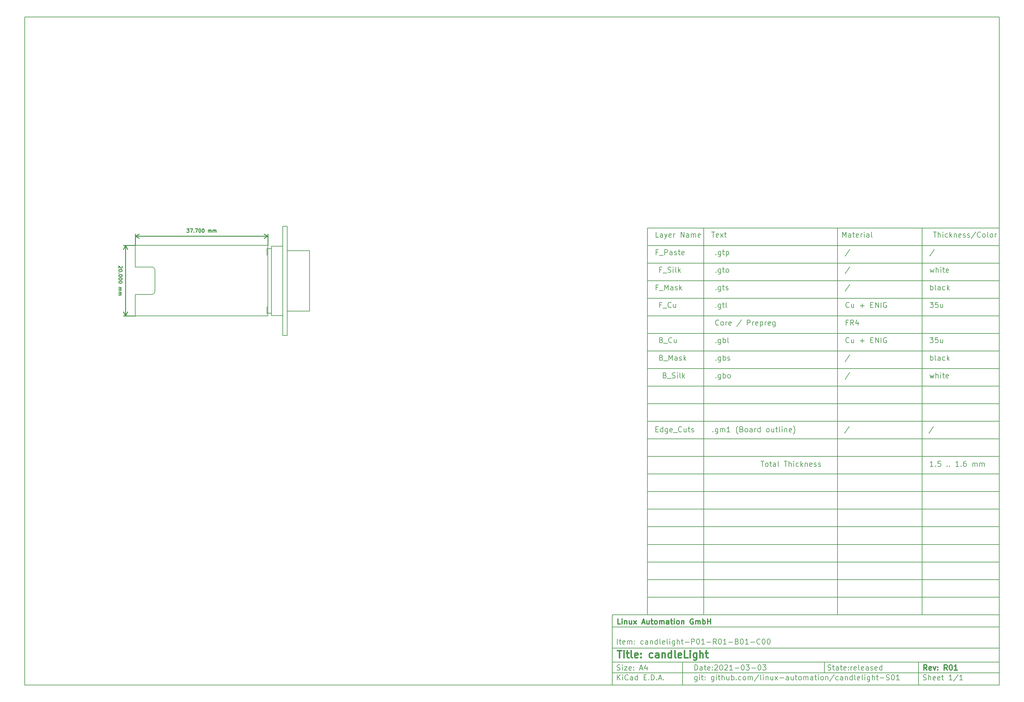
<source format=gbr>
%TF.GenerationSoftware,KiCad,Pcbnew,5.1.9-73d0e3b20d~88~ubuntu18.04.1*%
%TF.CreationDate,2021-03-09T14:04:25+01:00*%
%TF.ProjectId,candleLight,63616e64-6c65-44c6-9967-68742e6b6963,R01*%
%TF.SameCoordinates,Original*%
%TF.FileFunction,OtherDrawing,Comment*%
%FSLAX46Y46*%
G04 Gerber Fmt 4.6, Leading zero omitted, Abs format (unit mm)*
G04 Created by KiCad (PCBNEW 5.1.9-73d0e3b20d~88~ubuntu18.04.1) date 2021-03-09 14:04:25*
%MOMM*%
%LPD*%
G01*
G04 APERTURE LIST*
%ADD10C,0.100000*%
%ADD11C,0.150000*%
%ADD12C,0.300000*%
%ADD13C,0.400000*%
%ADD14C,0.250000*%
%TA.AperFunction,Profile*%
%ADD15C,0.150000*%
%TD*%
G04 APERTURE END LIST*
D10*
D11*
X177002200Y-180007200D02*
X177002200Y-200007200D01*
X287002200Y-200007200D01*
X287002200Y-180007200D01*
X177002200Y-180007200D01*
D10*
D11*
X10000000Y-10000000D02*
X10000000Y-200007200D01*
X287002200Y-200007200D01*
X287002200Y-10000000D01*
X10000000Y-10000000D01*
D10*
D11*
X200434342Y-195785771D02*
X200434342Y-194285771D01*
X200791485Y-194285771D01*
X201005771Y-194357200D01*
X201148628Y-194500057D01*
X201220057Y-194642914D01*
X201291485Y-194928628D01*
X201291485Y-195142914D01*
X201220057Y-195428628D01*
X201148628Y-195571485D01*
X201005771Y-195714342D01*
X200791485Y-195785771D01*
X200434342Y-195785771D01*
X202577200Y-195785771D02*
X202577200Y-195000057D01*
X202505771Y-194857200D01*
X202362914Y-194785771D01*
X202077200Y-194785771D01*
X201934342Y-194857200D01*
X202577200Y-195714342D02*
X202434342Y-195785771D01*
X202077200Y-195785771D01*
X201934342Y-195714342D01*
X201862914Y-195571485D01*
X201862914Y-195428628D01*
X201934342Y-195285771D01*
X202077200Y-195214342D01*
X202434342Y-195214342D01*
X202577200Y-195142914D01*
X203077200Y-194785771D02*
X203648628Y-194785771D01*
X203291485Y-194285771D02*
X203291485Y-195571485D01*
X203362914Y-195714342D01*
X203505771Y-195785771D01*
X203648628Y-195785771D01*
X204720057Y-195714342D02*
X204577200Y-195785771D01*
X204291485Y-195785771D01*
X204148628Y-195714342D01*
X204077200Y-195571485D01*
X204077200Y-195000057D01*
X204148628Y-194857200D01*
X204291485Y-194785771D01*
X204577200Y-194785771D01*
X204720057Y-194857200D01*
X204791485Y-195000057D01*
X204791485Y-195142914D01*
X204077200Y-195285771D01*
X205434342Y-195642914D02*
X205505771Y-195714342D01*
X205434342Y-195785771D01*
X205362914Y-195714342D01*
X205434342Y-195642914D01*
X205434342Y-195785771D01*
X205434342Y-194857200D02*
X205505771Y-194928628D01*
X205434342Y-195000057D01*
X205362914Y-194928628D01*
X205434342Y-194857200D01*
X205434342Y-195000057D01*
X206077200Y-194428628D02*
X206148628Y-194357200D01*
X206291485Y-194285771D01*
X206648628Y-194285771D01*
X206791485Y-194357200D01*
X206862914Y-194428628D01*
X206934342Y-194571485D01*
X206934342Y-194714342D01*
X206862914Y-194928628D01*
X206005771Y-195785771D01*
X206934342Y-195785771D01*
X207862914Y-194285771D02*
X208005771Y-194285771D01*
X208148628Y-194357200D01*
X208220057Y-194428628D01*
X208291485Y-194571485D01*
X208362914Y-194857200D01*
X208362914Y-195214342D01*
X208291485Y-195500057D01*
X208220057Y-195642914D01*
X208148628Y-195714342D01*
X208005771Y-195785771D01*
X207862914Y-195785771D01*
X207720057Y-195714342D01*
X207648628Y-195642914D01*
X207577200Y-195500057D01*
X207505771Y-195214342D01*
X207505771Y-194857200D01*
X207577200Y-194571485D01*
X207648628Y-194428628D01*
X207720057Y-194357200D01*
X207862914Y-194285771D01*
X208934342Y-194428628D02*
X209005771Y-194357200D01*
X209148628Y-194285771D01*
X209505771Y-194285771D01*
X209648628Y-194357200D01*
X209720057Y-194428628D01*
X209791485Y-194571485D01*
X209791485Y-194714342D01*
X209720057Y-194928628D01*
X208862914Y-195785771D01*
X209791485Y-195785771D01*
X211220057Y-195785771D02*
X210362914Y-195785771D01*
X210791485Y-195785771D02*
X210791485Y-194285771D01*
X210648628Y-194500057D01*
X210505771Y-194642914D01*
X210362914Y-194714342D01*
X211862914Y-195214342D02*
X213005771Y-195214342D01*
X214005771Y-194285771D02*
X214148628Y-194285771D01*
X214291485Y-194357200D01*
X214362914Y-194428628D01*
X214434342Y-194571485D01*
X214505771Y-194857200D01*
X214505771Y-195214342D01*
X214434342Y-195500057D01*
X214362914Y-195642914D01*
X214291485Y-195714342D01*
X214148628Y-195785771D01*
X214005771Y-195785771D01*
X213862914Y-195714342D01*
X213791485Y-195642914D01*
X213720057Y-195500057D01*
X213648628Y-195214342D01*
X213648628Y-194857200D01*
X213720057Y-194571485D01*
X213791485Y-194428628D01*
X213862914Y-194357200D01*
X214005771Y-194285771D01*
X215005771Y-194285771D02*
X215934342Y-194285771D01*
X215434342Y-194857200D01*
X215648628Y-194857200D01*
X215791485Y-194928628D01*
X215862914Y-195000057D01*
X215934342Y-195142914D01*
X215934342Y-195500057D01*
X215862914Y-195642914D01*
X215791485Y-195714342D01*
X215648628Y-195785771D01*
X215220057Y-195785771D01*
X215077200Y-195714342D01*
X215005771Y-195642914D01*
X216577200Y-195214342D02*
X217720057Y-195214342D01*
X218720057Y-194285771D02*
X218862914Y-194285771D01*
X219005771Y-194357200D01*
X219077200Y-194428628D01*
X219148628Y-194571485D01*
X219220057Y-194857200D01*
X219220057Y-195214342D01*
X219148628Y-195500057D01*
X219077200Y-195642914D01*
X219005771Y-195714342D01*
X218862914Y-195785771D01*
X218720057Y-195785771D01*
X218577200Y-195714342D01*
X218505771Y-195642914D01*
X218434342Y-195500057D01*
X218362914Y-195214342D01*
X218362914Y-194857200D01*
X218434342Y-194571485D01*
X218505771Y-194428628D01*
X218577200Y-194357200D01*
X218720057Y-194285771D01*
X219720057Y-194285771D02*
X220648628Y-194285771D01*
X220148628Y-194857200D01*
X220362914Y-194857200D01*
X220505771Y-194928628D01*
X220577200Y-195000057D01*
X220648628Y-195142914D01*
X220648628Y-195500057D01*
X220577200Y-195642914D01*
X220505771Y-195714342D01*
X220362914Y-195785771D01*
X219934342Y-195785771D01*
X219791485Y-195714342D01*
X219720057Y-195642914D01*
D10*
D11*
X178434342Y-188385771D02*
X178434342Y-186885771D01*
X178934342Y-187385771D02*
X179505771Y-187385771D01*
X179148628Y-186885771D02*
X179148628Y-188171485D01*
X179220057Y-188314342D01*
X179362914Y-188385771D01*
X179505771Y-188385771D01*
X180577200Y-188314342D02*
X180434342Y-188385771D01*
X180148628Y-188385771D01*
X180005771Y-188314342D01*
X179934342Y-188171485D01*
X179934342Y-187600057D01*
X180005771Y-187457200D01*
X180148628Y-187385771D01*
X180434342Y-187385771D01*
X180577200Y-187457200D01*
X180648628Y-187600057D01*
X180648628Y-187742914D01*
X179934342Y-187885771D01*
X181291485Y-188385771D02*
X181291485Y-187385771D01*
X181291485Y-187528628D02*
X181362914Y-187457200D01*
X181505771Y-187385771D01*
X181720057Y-187385771D01*
X181862914Y-187457200D01*
X181934342Y-187600057D01*
X181934342Y-188385771D01*
X181934342Y-187600057D02*
X182005771Y-187457200D01*
X182148628Y-187385771D01*
X182362914Y-187385771D01*
X182505771Y-187457200D01*
X182577200Y-187600057D01*
X182577200Y-188385771D01*
X183291485Y-188242914D02*
X183362914Y-188314342D01*
X183291485Y-188385771D01*
X183220057Y-188314342D01*
X183291485Y-188242914D01*
X183291485Y-188385771D01*
X183291485Y-187457200D02*
X183362914Y-187528628D01*
X183291485Y-187600057D01*
X183220057Y-187528628D01*
X183291485Y-187457200D01*
X183291485Y-187600057D01*
X185791485Y-188314342D02*
X185648628Y-188385771D01*
X185362914Y-188385771D01*
X185220057Y-188314342D01*
X185148628Y-188242914D01*
X185077200Y-188100057D01*
X185077200Y-187671485D01*
X185148628Y-187528628D01*
X185220057Y-187457200D01*
X185362914Y-187385771D01*
X185648628Y-187385771D01*
X185791485Y-187457200D01*
X187077200Y-188385771D02*
X187077200Y-187600057D01*
X187005771Y-187457200D01*
X186862914Y-187385771D01*
X186577200Y-187385771D01*
X186434342Y-187457200D01*
X187077200Y-188314342D02*
X186934342Y-188385771D01*
X186577200Y-188385771D01*
X186434342Y-188314342D01*
X186362914Y-188171485D01*
X186362914Y-188028628D01*
X186434342Y-187885771D01*
X186577200Y-187814342D01*
X186934342Y-187814342D01*
X187077200Y-187742914D01*
X187791485Y-187385771D02*
X187791485Y-188385771D01*
X187791485Y-187528628D02*
X187862914Y-187457200D01*
X188005771Y-187385771D01*
X188220057Y-187385771D01*
X188362914Y-187457200D01*
X188434342Y-187600057D01*
X188434342Y-188385771D01*
X189791485Y-188385771D02*
X189791485Y-186885771D01*
X189791485Y-188314342D02*
X189648628Y-188385771D01*
X189362914Y-188385771D01*
X189220057Y-188314342D01*
X189148628Y-188242914D01*
X189077200Y-188100057D01*
X189077200Y-187671485D01*
X189148628Y-187528628D01*
X189220057Y-187457200D01*
X189362914Y-187385771D01*
X189648628Y-187385771D01*
X189791485Y-187457200D01*
X190720057Y-188385771D02*
X190577200Y-188314342D01*
X190505771Y-188171485D01*
X190505771Y-186885771D01*
X191862914Y-188314342D02*
X191720057Y-188385771D01*
X191434342Y-188385771D01*
X191291485Y-188314342D01*
X191220057Y-188171485D01*
X191220057Y-187600057D01*
X191291485Y-187457200D01*
X191434342Y-187385771D01*
X191720057Y-187385771D01*
X191862914Y-187457200D01*
X191934342Y-187600057D01*
X191934342Y-187742914D01*
X191220057Y-187885771D01*
X192791485Y-188385771D02*
X192648628Y-188314342D01*
X192577200Y-188171485D01*
X192577200Y-186885771D01*
X193362914Y-188385771D02*
X193362914Y-187385771D01*
X193362914Y-186885771D02*
X193291485Y-186957200D01*
X193362914Y-187028628D01*
X193434342Y-186957200D01*
X193362914Y-186885771D01*
X193362914Y-187028628D01*
X194720057Y-187385771D02*
X194720057Y-188600057D01*
X194648628Y-188742914D01*
X194577200Y-188814342D01*
X194434342Y-188885771D01*
X194220057Y-188885771D01*
X194077200Y-188814342D01*
X194720057Y-188314342D02*
X194577200Y-188385771D01*
X194291485Y-188385771D01*
X194148628Y-188314342D01*
X194077200Y-188242914D01*
X194005771Y-188100057D01*
X194005771Y-187671485D01*
X194077200Y-187528628D01*
X194148628Y-187457200D01*
X194291485Y-187385771D01*
X194577200Y-187385771D01*
X194720057Y-187457200D01*
X195434342Y-188385771D02*
X195434342Y-186885771D01*
X196077200Y-188385771D02*
X196077200Y-187600057D01*
X196005771Y-187457200D01*
X195862914Y-187385771D01*
X195648628Y-187385771D01*
X195505771Y-187457200D01*
X195434342Y-187528628D01*
X196577200Y-187385771D02*
X197148628Y-187385771D01*
X196791485Y-186885771D02*
X196791485Y-188171485D01*
X196862914Y-188314342D01*
X197005771Y-188385771D01*
X197148628Y-188385771D01*
X197648628Y-187814342D02*
X198791485Y-187814342D01*
X199505771Y-188385771D02*
X199505771Y-186885771D01*
X200077200Y-186885771D01*
X200220057Y-186957200D01*
X200291485Y-187028628D01*
X200362914Y-187171485D01*
X200362914Y-187385771D01*
X200291485Y-187528628D01*
X200220057Y-187600057D01*
X200077200Y-187671485D01*
X199505771Y-187671485D01*
X201291485Y-186885771D02*
X201434342Y-186885771D01*
X201577200Y-186957200D01*
X201648628Y-187028628D01*
X201720057Y-187171485D01*
X201791485Y-187457200D01*
X201791485Y-187814342D01*
X201720057Y-188100057D01*
X201648628Y-188242914D01*
X201577200Y-188314342D01*
X201434342Y-188385771D01*
X201291485Y-188385771D01*
X201148628Y-188314342D01*
X201077200Y-188242914D01*
X201005771Y-188100057D01*
X200934342Y-187814342D01*
X200934342Y-187457200D01*
X201005771Y-187171485D01*
X201077200Y-187028628D01*
X201148628Y-186957200D01*
X201291485Y-186885771D01*
X203220057Y-188385771D02*
X202362914Y-188385771D01*
X202791485Y-188385771D02*
X202791485Y-186885771D01*
X202648628Y-187100057D01*
X202505771Y-187242914D01*
X202362914Y-187314342D01*
X203862914Y-187814342D02*
X205005771Y-187814342D01*
X206577200Y-188385771D02*
X206077200Y-187671485D01*
X205720057Y-188385771D02*
X205720057Y-186885771D01*
X206291485Y-186885771D01*
X206434342Y-186957200D01*
X206505771Y-187028628D01*
X206577200Y-187171485D01*
X206577200Y-187385771D01*
X206505771Y-187528628D01*
X206434342Y-187600057D01*
X206291485Y-187671485D01*
X205720057Y-187671485D01*
X207505771Y-186885771D02*
X207648628Y-186885771D01*
X207791485Y-186957200D01*
X207862914Y-187028628D01*
X207934342Y-187171485D01*
X208005771Y-187457200D01*
X208005771Y-187814342D01*
X207934342Y-188100057D01*
X207862914Y-188242914D01*
X207791485Y-188314342D01*
X207648628Y-188385771D01*
X207505771Y-188385771D01*
X207362914Y-188314342D01*
X207291485Y-188242914D01*
X207220057Y-188100057D01*
X207148628Y-187814342D01*
X207148628Y-187457200D01*
X207220057Y-187171485D01*
X207291485Y-187028628D01*
X207362914Y-186957200D01*
X207505771Y-186885771D01*
X209434342Y-188385771D02*
X208577200Y-188385771D01*
X209005771Y-188385771D02*
X209005771Y-186885771D01*
X208862914Y-187100057D01*
X208720057Y-187242914D01*
X208577200Y-187314342D01*
X210077200Y-187814342D02*
X211220057Y-187814342D01*
X212434342Y-187600057D02*
X212648628Y-187671485D01*
X212720057Y-187742914D01*
X212791485Y-187885771D01*
X212791485Y-188100057D01*
X212720057Y-188242914D01*
X212648628Y-188314342D01*
X212505771Y-188385771D01*
X211934342Y-188385771D01*
X211934342Y-186885771D01*
X212434342Y-186885771D01*
X212577200Y-186957200D01*
X212648628Y-187028628D01*
X212720057Y-187171485D01*
X212720057Y-187314342D01*
X212648628Y-187457200D01*
X212577200Y-187528628D01*
X212434342Y-187600057D01*
X211934342Y-187600057D01*
X213720057Y-186885771D02*
X213862914Y-186885771D01*
X214005771Y-186957200D01*
X214077200Y-187028628D01*
X214148628Y-187171485D01*
X214220057Y-187457200D01*
X214220057Y-187814342D01*
X214148628Y-188100057D01*
X214077200Y-188242914D01*
X214005771Y-188314342D01*
X213862914Y-188385771D01*
X213720057Y-188385771D01*
X213577200Y-188314342D01*
X213505771Y-188242914D01*
X213434342Y-188100057D01*
X213362914Y-187814342D01*
X213362914Y-187457200D01*
X213434342Y-187171485D01*
X213505771Y-187028628D01*
X213577200Y-186957200D01*
X213720057Y-186885771D01*
X215648628Y-188385771D02*
X214791485Y-188385771D01*
X215220057Y-188385771D02*
X215220057Y-186885771D01*
X215077200Y-187100057D01*
X214934342Y-187242914D01*
X214791485Y-187314342D01*
X216291485Y-187814342D02*
X217434342Y-187814342D01*
X219005771Y-188242914D02*
X218934342Y-188314342D01*
X218720057Y-188385771D01*
X218577200Y-188385771D01*
X218362914Y-188314342D01*
X218220057Y-188171485D01*
X218148628Y-188028628D01*
X218077200Y-187742914D01*
X218077200Y-187528628D01*
X218148628Y-187242914D01*
X218220057Y-187100057D01*
X218362914Y-186957200D01*
X218577200Y-186885771D01*
X218720057Y-186885771D01*
X218934342Y-186957200D01*
X219005771Y-187028628D01*
X219934342Y-186885771D02*
X220077200Y-186885771D01*
X220220057Y-186957200D01*
X220291485Y-187028628D01*
X220362914Y-187171485D01*
X220434342Y-187457200D01*
X220434342Y-187814342D01*
X220362914Y-188100057D01*
X220291485Y-188242914D01*
X220220057Y-188314342D01*
X220077200Y-188385771D01*
X219934342Y-188385771D01*
X219791485Y-188314342D01*
X219720057Y-188242914D01*
X219648628Y-188100057D01*
X219577200Y-187814342D01*
X219577200Y-187457200D01*
X219648628Y-187171485D01*
X219720057Y-187028628D01*
X219791485Y-186957200D01*
X219934342Y-186885771D01*
X221362914Y-186885771D02*
X221505771Y-186885771D01*
X221648628Y-186957200D01*
X221720057Y-187028628D01*
X221791485Y-187171485D01*
X221862914Y-187457200D01*
X221862914Y-187814342D01*
X221791485Y-188100057D01*
X221720057Y-188242914D01*
X221648628Y-188314342D01*
X221505771Y-188385771D01*
X221362914Y-188385771D01*
X221220057Y-188314342D01*
X221148628Y-188242914D01*
X221077200Y-188100057D01*
X221005771Y-187814342D01*
X221005771Y-187457200D01*
X221077200Y-187171485D01*
X221148628Y-187028628D01*
X221220057Y-186957200D01*
X221362914Y-186885771D01*
D10*
D11*
X177002200Y-196507200D02*
X287002200Y-196507200D01*
D10*
D11*
X178434342Y-198585771D02*
X178434342Y-197085771D01*
X179291485Y-198585771D02*
X178648628Y-197728628D01*
X179291485Y-197085771D02*
X178434342Y-197942914D01*
X179934342Y-198585771D02*
X179934342Y-197585771D01*
X179934342Y-197085771D02*
X179862914Y-197157200D01*
X179934342Y-197228628D01*
X180005771Y-197157200D01*
X179934342Y-197085771D01*
X179934342Y-197228628D01*
X181505771Y-198442914D02*
X181434342Y-198514342D01*
X181220057Y-198585771D01*
X181077200Y-198585771D01*
X180862914Y-198514342D01*
X180720057Y-198371485D01*
X180648628Y-198228628D01*
X180577200Y-197942914D01*
X180577200Y-197728628D01*
X180648628Y-197442914D01*
X180720057Y-197300057D01*
X180862914Y-197157200D01*
X181077200Y-197085771D01*
X181220057Y-197085771D01*
X181434342Y-197157200D01*
X181505771Y-197228628D01*
X182791485Y-198585771D02*
X182791485Y-197800057D01*
X182720057Y-197657200D01*
X182577200Y-197585771D01*
X182291485Y-197585771D01*
X182148628Y-197657200D01*
X182791485Y-198514342D02*
X182648628Y-198585771D01*
X182291485Y-198585771D01*
X182148628Y-198514342D01*
X182077200Y-198371485D01*
X182077200Y-198228628D01*
X182148628Y-198085771D01*
X182291485Y-198014342D01*
X182648628Y-198014342D01*
X182791485Y-197942914D01*
X184148628Y-198585771D02*
X184148628Y-197085771D01*
X184148628Y-198514342D02*
X184005771Y-198585771D01*
X183720057Y-198585771D01*
X183577200Y-198514342D01*
X183505771Y-198442914D01*
X183434342Y-198300057D01*
X183434342Y-197871485D01*
X183505771Y-197728628D01*
X183577200Y-197657200D01*
X183720057Y-197585771D01*
X184005771Y-197585771D01*
X184148628Y-197657200D01*
X186005771Y-197800057D02*
X186505771Y-197800057D01*
X186720057Y-198585771D02*
X186005771Y-198585771D01*
X186005771Y-197085771D01*
X186720057Y-197085771D01*
X187362914Y-198442914D02*
X187434342Y-198514342D01*
X187362914Y-198585771D01*
X187291485Y-198514342D01*
X187362914Y-198442914D01*
X187362914Y-198585771D01*
X188077200Y-198585771D02*
X188077200Y-197085771D01*
X188434342Y-197085771D01*
X188648628Y-197157200D01*
X188791485Y-197300057D01*
X188862914Y-197442914D01*
X188934342Y-197728628D01*
X188934342Y-197942914D01*
X188862914Y-198228628D01*
X188791485Y-198371485D01*
X188648628Y-198514342D01*
X188434342Y-198585771D01*
X188077200Y-198585771D01*
X189577200Y-198442914D02*
X189648628Y-198514342D01*
X189577200Y-198585771D01*
X189505771Y-198514342D01*
X189577200Y-198442914D01*
X189577200Y-198585771D01*
X190220057Y-198157200D02*
X190934342Y-198157200D01*
X190077200Y-198585771D02*
X190577200Y-197085771D01*
X191077200Y-198585771D01*
X191577200Y-198442914D02*
X191648628Y-198514342D01*
X191577200Y-198585771D01*
X191505771Y-198514342D01*
X191577200Y-198442914D01*
X191577200Y-198585771D01*
D10*
D11*
X177002200Y-193507200D02*
X287002200Y-193507200D01*
D10*
D12*
X266411485Y-195785771D02*
X265911485Y-195071485D01*
X265554342Y-195785771D02*
X265554342Y-194285771D01*
X266125771Y-194285771D01*
X266268628Y-194357200D01*
X266340057Y-194428628D01*
X266411485Y-194571485D01*
X266411485Y-194785771D01*
X266340057Y-194928628D01*
X266268628Y-195000057D01*
X266125771Y-195071485D01*
X265554342Y-195071485D01*
X267625771Y-195714342D02*
X267482914Y-195785771D01*
X267197200Y-195785771D01*
X267054342Y-195714342D01*
X266982914Y-195571485D01*
X266982914Y-195000057D01*
X267054342Y-194857200D01*
X267197200Y-194785771D01*
X267482914Y-194785771D01*
X267625771Y-194857200D01*
X267697200Y-195000057D01*
X267697200Y-195142914D01*
X266982914Y-195285771D01*
X268197200Y-194785771D02*
X268554342Y-195785771D01*
X268911485Y-194785771D01*
X269482914Y-195642914D02*
X269554342Y-195714342D01*
X269482914Y-195785771D01*
X269411485Y-195714342D01*
X269482914Y-195642914D01*
X269482914Y-195785771D01*
X269482914Y-194857200D02*
X269554342Y-194928628D01*
X269482914Y-195000057D01*
X269411485Y-194928628D01*
X269482914Y-194857200D01*
X269482914Y-195000057D01*
X272197200Y-195785771D02*
X271697200Y-195071485D01*
X271340057Y-195785771D02*
X271340057Y-194285771D01*
X271911485Y-194285771D01*
X272054342Y-194357200D01*
X272125771Y-194428628D01*
X272197200Y-194571485D01*
X272197200Y-194785771D01*
X272125771Y-194928628D01*
X272054342Y-195000057D01*
X271911485Y-195071485D01*
X271340057Y-195071485D01*
X273125771Y-194285771D02*
X273268628Y-194285771D01*
X273411485Y-194357200D01*
X273482914Y-194428628D01*
X273554342Y-194571485D01*
X273625771Y-194857200D01*
X273625771Y-195214342D01*
X273554342Y-195500057D01*
X273482914Y-195642914D01*
X273411485Y-195714342D01*
X273268628Y-195785771D01*
X273125771Y-195785771D01*
X272982914Y-195714342D01*
X272911485Y-195642914D01*
X272840057Y-195500057D01*
X272768628Y-195214342D01*
X272768628Y-194857200D01*
X272840057Y-194571485D01*
X272911485Y-194428628D01*
X272982914Y-194357200D01*
X273125771Y-194285771D01*
X275054342Y-195785771D02*
X274197200Y-195785771D01*
X274625771Y-195785771D02*
X274625771Y-194285771D01*
X274482914Y-194500057D01*
X274340057Y-194642914D01*
X274197200Y-194714342D01*
D10*
D11*
X178362914Y-195714342D02*
X178577200Y-195785771D01*
X178934342Y-195785771D01*
X179077200Y-195714342D01*
X179148628Y-195642914D01*
X179220057Y-195500057D01*
X179220057Y-195357200D01*
X179148628Y-195214342D01*
X179077200Y-195142914D01*
X178934342Y-195071485D01*
X178648628Y-195000057D01*
X178505771Y-194928628D01*
X178434342Y-194857200D01*
X178362914Y-194714342D01*
X178362914Y-194571485D01*
X178434342Y-194428628D01*
X178505771Y-194357200D01*
X178648628Y-194285771D01*
X179005771Y-194285771D01*
X179220057Y-194357200D01*
X179862914Y-195785771D02*
X179862914Y-194785771D01*
X179862914Y-194285771D02*
X179791485Y-194357200D01*
X179862914Y-194428628D01*
X179934342Y-194357200D01*
X179862914Y-194285771D01*
X179862914Y-194428628D01*
X180434342Y-194785771D02*
X181220057Y-194785771D01*
X180434342Y-195785771D01*
X181220057Y-195785771D01*
X182362914Y-195714342D02*
X182220057Y-195785771D01*
X181934342Y-195785771D01*
X181791485Y-195714342D01*
X181720057Y-195571485D01*
X181720057Y-195000057D01*
X181791485Y-194857200D01*
X181934342Y-194785771D01*
X182220057Y-194785771D01*
X182362914Y-194857200D01*
X182434342Y-195000057D01*
X182434342Y-195142914D01*
X181720057Y-195285771D01*
X183077200Y-195642914D02*
X183148628Y-195714342D01*
X183077200Y-195785771D01*
X183005771Y-195714342D01*
X183077200Y-195642914D01*
X183077200Y-195785771D01*
X183077200Y-194857200D02*
X183148628Y-194928628D01*
X183077200Y-195000057D01*
X183005771Y-194928628D01*
X183077200Y-194857200D01*
X183077200Y-195000057D01*
X184862914Y-195357200D02*
X185577200Y-195357200D01*
X184720057Y-195785771D02*
X185220057Y-194285771D01*
X185720057Y-195785771D01*
X186862914Y-194785771D02*
X186862914Y-195785771D01*
X186505771Y-194214342D02*
X186148628Y-195285771D01*
X187077200Y-195285771D01*
D10*
D11*
X265362914Y-198514342D02*
X265577200Y-198585771D01*
X265934342Y-198585771D01*
X266077200Y-198514342D01*
X266148628Y-198442914D01*
X266220057Y-198300057D01*
X266220057Y-198157200D01*
X266148628Y-198014342D01*
X266077200Y-197942914D01*
X265934342Y-197871485D01*
X265648628Y-197800057D01*
X265505771Y-197728628D01*
X265434342Y-197657200D01*
X265362914Y-197514342D01*
X265362914Y-197371485D01*
X265434342Y-197228628D01*
X265505771Y-197157200D01*
X265648628Y-197085771D01*
X266005771Y-197085771D01*
X266220057Y-197157200D01*
X266862914Y-198585771D02*
X266862914Y-197085771D01*
X267505771Y-198585771D02*
X267505771Y-197800057D01*
X267434342Y-197657200D01*
X267291485Y-197585771D01*
X267077200Y-197585771D01*
X266934342Y-197657200D01*
X266862914Y-197728628D01*
X268791485Y-198514342D02*
X268648628Y-198585771D01*
X268362914Y-198585771D01*
X268220057Y-198514342D01*
X268148628Y-198371485D01*
X268148628Y-197800057D01*
X268220057Y-197657200D01*
X268362914Y-197585771D01*
X268648628Y-197585771D01*
X268791485Y-197657200D01*
X268862914Y-197800057D01*
X268862914Y-197942914D01*
X268148628Y-198085771D01*
X270077200Y-198514342D02*
X269934342Y-198585771D01*
X269648628Y-198585771D01*
X269505771Y-198514342D01*
X269434342Y-198371485D01*
X269434342Y-197800057D01*
X269505771Y-197657200D01*
X269648628Y-197585771D01*
X269934342Y-197585771D01*
X270077200Y-197657200D01*
X270148628Y-197800057D01*
X270148628Y-197942914D01*
X269434342Y-198085771D01*
X270577200Y-197585771D02*
X271148628Y-197585771D01*
X270791485Y-197085771D02*
X270791485Y-198371485D01*
X270862914Y-198514342D01*
X271005771Y-198585771D01*
X271148628Y-198585771D01*
X273577200Y-198585771D02*
X272720057Y-198585771D01*
X273148628Y-198585771D02*
X273148628Y-197085771D01*
X273005771Y-197300057D01*
X272862914Y-197442914D01*
X272720057Y-197514342D01*
X275291485Y-197014342D02*
X274005771Y-198942914D01*
X276577200Y-198585771D02*
X275720057Y-198585771D01*
X276148628Y-198585771D02*
X276148628Y-197085771D01*
X276005771Y-197300057D01*
X275862914Y-197442914D01*
X275720057Y-197514342D01*
D10*
D11*
X177002200Y-189507200D02*
X287002200Y-189507200D01*
D10*
D13*
X178452676Y-190211961D02*
X179595533Y-190211961D01*
X179024104Y-192211961D02*
X179024104Y-190211961D01*
X180262200Y-192211961D02*
X180262200Y-190878628D01*
X180262200Y-190211961D02*
X180166961Y-190307200D01*
X180262200Y-190402438D01*
X180357438Y-190307200D01*
X180262200Y-190211961D01*
X180262200Y-190402438D01*
X180928866Y-190878628D02*
X181690771Y-190878628D01*
X181214580Y-190211961D02*
X181214580Y-191926247D01*
X181309819Y-192116723D01*
X181500295Y-192211961D01*
X181690771Y-192211961D01*
X182643152Y-192211961D02*
X182452676Y-192116723D01*
X182357438Y-191926247D01*
X182357438Y-190211961D01*
X184166961Y-192116723D02*
X183976485Y-192211961D01*
X183595533Y-192211961D01*
X183405057Y-192116723D01*
X183309819Y-191926247D01*
X183309819Y-191164342D01*
X183405057Y-190973866D01*
X183595533Y-190878628D01*
X183976485Y-190878628D01*
X184166961Y-190973866D01*
X184262200Y-191164342D01*
X184262200Y-191354819D01*
X183309819Y-191545295D01*
X185119342Y-192021485D02*
X185214580Y-192116723D01*
X185119342Y-192211961D01*
X185024104Y-192116723D01*
X185119342Y-192021485D01*
X185119342Y-192211961D01*
X185119342Y-190973866D02*
X185214580Y-191069104D01*
X185119342Y-191164342D01*
X185024104Y-191069104D01*
X185119342Y-190973866D01*
X185119342Y-191164342D01*
X188452676Y-192116723D02*
X188262200Y-192211961D01*
X187881247Y-192211961D01*
X187690771Y-192116723D01*
X187595533Y-192021485D01*
X187500295Y-191831009D01*
X187500295Y-191259580D01*
X187595533Y-191069104D01*
X187690771Y-190973866D01*
X187881247Y-190878628D01*
X188262200Y-190878628D01*
X188452676Y-190973866D01*
X190166961Y-192211961D02*
X190166961Y-191164342D01*
X190071723Y-190973866D01*
X189881247Y-190878628D01*
X189500295Y-190878628D01*
X189309819Y-190973866D01*
X190166961Y-192116723D02*
X189976485Y-192211961D01*
X189500295Y-192211961D01*
X189309819Y-192116723D01*
X189214580Y-191926247D01*
X189214580Y-191735771D01*
X189309819Y-191545295D01*
X189500295Y-191450057D01*
X189976485Y-191450057D01*
X190166961Y-191354819D01*
X191119342Y-190878628D02*
X191119342Y-192211961D01*
X191119342Y-191069104D02*
X191214580Y-190973866D01*
X191405057Y-190878628D01*
X191690771Y-190878628D01*
X191881247Y-190973866D01*
X191976485Y-191164342D01*
X191976485Y-192211961D01*
X193786009Y-192211961D02*
X193786009Y-190211961D01*
X193786009Y-192116723D02*
X193595533Y-192211961D01*
X193214580Y-192211961D01*
X193024104Y-192116723D01*
X192928866Y-192021485D01*
X192833628Y-191831009D01*
X192833628Y-191259580D01*
X192928866Y-191069104D01*
X193024104Y-190973866D01*
X193214580Y-190878628D01*
X193595533Y-190878628D01*
X193786009Y-190973866D01*
X195024104Y-192211961D02*
X194833628Y-192116723D01*
X194738390Y-191926247D01*
X194738390Y-190211961D01*
X196547914Y-192116723D02*
X196357438Y-192211961D01*
X195976485Y-192211961D01*
X195786009Y-192116723D01*
X195690771Y-191926247D01*
X195690771Y-191164342D01*
X195786009Y-190973866D01*
X195976485Y-190878628D01*
X196357438Y-190878628D01*
X196547914Y-190973866D01*
X196643152Y-191164342D01*
X196643152Y-191354819D01*
X195690771Y-191545295D01*
X198452676Y-192211961D02*
X197500295Y-192211961D01*
X197500295Y-190211961D01*
X199119342Y-192211961D02*
X199119342Y-190878628D01*
X199119342Y-190211961D02*
X199024104Y-190307200D01*
X199119342Y-190402438D01*
X199214580Y-190307200D01*
X199119342Y-190211961D01*
X199119342Y-190402438D01*
X200928866Y-190878628D02*
X200928866Y-192497676D01*
X200833628Y-192688152D01*
X200738390Y-192783390D01*
X200547914Y-192878628D01*
X200262200Y-192878628D01*
X200071723Y-192783390D01*
X200928866Y-192116723D02*
X200738390Y-192211961D01*
X200357438Y-192211961D01*
X200166961Y-192116723D01*
X200071723Y-192021485D01*
X199976485Y-191831009D01*
X199976485Y-191259580D01*
X200071723Y-191069104D01*
X200166961Y-190973866D01*
X200357438Y-190878628D01*
X200738390Y-190878628D01*
X200928866Y-190973866D01*
X201881247Y-192211961D02*
X201881247Y-190211961D01*
X202738390Y-192211961D02*
X202738390Y-191164342D01*
X202643152Y-190973866D01*
X202452676Y-190878628D01*
X202166961Y-190878628D01*
X201976485Y-190973866D01*
X201881247Y-191069104D01*
X203405057Y-190878628D02*
X204166961Y-190878628D01*
X203690771Y-190211961D02*
X203690771Y-191926247D01*
X203786009Y-192116723D01*
X203976485Y-192211961D01*
X204166961Y-192211961D01*
D10*
D11*
X177002200Y-183507200D02*
X287002200Y-183507200D01*
D10*
D12*
X179268628Y-182685771D02*
X178554342Y-182685771D01*
X178554342Y-181185771D01*
X179768628Y-182685771D02*
X179768628Y-181685771D01*
X179768628Y-181185771D02*
X179697200Y-181257200D01*
X179768628Y-181328628D01*
X179840057Y-181257200D01*
X179768628Y-181185771D01*
X179768628Y-181328628D01*
X180482914Y-181685771D02*
X180482914Y-182685771D01*
X180482914Y-181828628D02*
X180554342Y-181757200D01*
X180697200Y-181685771D01*
X180911485Y-181685771D01*
X181054342Y-181757200D01*
X181125771Y-181900057D01*
X181125771Y-182685771D01*
X182482914Y-181685771D02*
X182482914Y-182685771D01*
X181840057Y-181685771D02*
X181840057Y-182471485D01*
X181911485Y-182614342D01*
X182054342Y-182685771D01*
X182268628Y-182685771D01*
X182411485Y-182614342D01*
X182482914Y-182542914D01*
X183054342Y-182685771D02*
X183840057Y-181685771D01*
X183054342Y-181685771D02*
X183840057Y-182685771D01*
X185482914Y-182257200D02*
X186197200Y-182257200D01*
X185340057Y-182685771D02*
X185840057Y-181185771D01*
X186340057Y-182685771D01*
X187482914Y-181685771D02*
X187482914Y-182685771D01*
X186840057Y-181685771D02*
X186840057Y-182471485D01*
X186911485Y-182614342D01*
X187054342Y-182685771D01*
X187268628Y-182685771D01*
X187411485Y-182614342D01*
X187482914Y-182542914D01*
X187982914Y-181685771D02*
X188554342Y-181685771D01*
X188197200Y-181185771D02*
X188197200Y-182471485D01*
X188268628Y-182614342D01*
X188411485Y-182685771D01*
X188554342Y-182685771D01*
X189268628Y-182685771D02*
X189125771Y-182614342D01*
X189054342Y-182542914D01*
X188982914Y-182400057D01*
X188982914Y-181971485D01*
X189054342Y-181828628D01*
X189125771Y-181757200D01*
X189268628Y-181685771D01*
X189482914Y-181685771D01*
X189625771Y-181757200D01*
X189697200Y-181828628D01*
X189768628Y-181971485D01*
X189768628Y-182400057D01*
X189697200Y-182542914D01*
X189625771Y-182614342D01*
X189482914Y-182685771D01*
X189268628Y-182685771D01*
X190411485Y-182685771D02*
X190411485Y-181685771D01*
X190411485Y-181828628D02*
X190482914Y-181757200D01*
X190625771Y-181685771D01*
X190840057Y-181685771D01*
X190982914Y-181757200D01*
X191054342Y-181900057D01*
X191054342Y-182685771D01*
X191054342Y-181900057D02*
X191125771Y-181757200D01*
X191268628Y-181685771D01*
X191482914Y-181685771D01*
X191625771Y-181757200D01*
X191697200Y-181900057D01*
X191697200Y-182685771D01*
X193054342Y-182685771D02*
X193054342Y-181900057D01*
X192982914Y-181757200D01*
X192840057Y-181685771D01*
X192554342Y-181685771D01*
X192411485Y-181757200D01*
X193054342Y-182614342D02*
X192911485Y-182685771D01*
X192554342Y-182685771D01*
X192411485Y-182614342D01*
X192340057Y-182471485D01*
X192340057Y-182328628D01*
X192411485Y-182185771D01*
X192554342Y-182114342D01*
X192911485Y-182114342D01*
X193054342Y-182042914D01*
X193554342Y-181685771D02*
X194125771Y-181685771D01*
X193768628Y-181185771D02*
X193768628Y-182471485D01*
X193840057Y-182614342D01*
X193982914Y-182685771D01*
X194125771Y-182685771D01*
X194625771Y-182685771D02*
X194625771Y-181685771D01*
X194625771Y-181185771D02*
X194554342Y-181257200D01*
X194625771Y-181328628D01*
X194697200Y-181257200D01*
X194625771Y-181185771D01*
X194625771Y-181328628D01*
X195554342Y-182685771D02*
X195411485Y-182614342D01*
X195340057Y-182542914D01*
X195268628Y-182400057D01*
X195268628Y-181971485D01*
X195340057Y-181828628D01*
X195411485Y-181757200D01*
X195554342Y-181685771D01*
X195768628Y-181685771D01*
X195911485Y-181757200D01*
X195982914Y-181828628D01*
X196054342Y-181971485D01*
X196054342Y-182400057D01*
X195982914Y-182542914D01*
X195911485Y-182614342D01*
X195768628Y-182685771D01*
X195554342Y-182685771D01*
X196697200Y-181685771D02*
X196697200Y-182685771D01*
X196697200Y-181828628D02*
X196768628Y-181757200D01*
X196911485Y-181685771D01*
X197125771Y-181685771D01*
X197268628Y-181757200D01*
X197340057Y-181900057D01*
X197340057Y-182685771D01*
X199982914Y-181257200D02*
X199840057Y-181185771D01*
X199625771Y-181185771D01*
X199411485Y-181257200D01*
X199268628Y-181400057D01*
X199197200Y-181542914D01*
X199125771Y-181828628D01*
X199125771Y-182042914D01*
X199197200Y-182328628D01*
X199268628Y-182471485D01*
X199411485Y-182614342D01*
X199625771Y-182685771D01*
X199768628Y-182685771D01*
X199982914Y-182614342D01*
X200054342Y-182542914D01*
X200054342Y-182042914D01*
X199768628Y-182042914D01*
X200697200Y-182685771D02*
X200697200Y-181685771D01*
X200697200Y-181828628D02*
X200768628Y-181757200D01*
X200911485Y-181685771D01*
X201125771Y-181685771D01*
X201268628Y-181757200D01*
X201340057Y-181900057D01*
X201340057Y-182685771D01*
X201340057Y-181900057D02*
X201411485Y-181757200D01*
X201554342Y-181685771D01*
X201768628Y-181685771D01*
X201911485Y-181757200D01*
X201982914Y-181900057D01*
X201982914Y-182685771D01*
X202697200Y-182685771D02*
X202697200Y-181185771D01*
X202697200Y-181757200D02*
X202840057Y-181685771D01*
X203125771Y-181685771D01*
X203268628Y-181757200D01*
X203340057Y-181828628D01*
X203411485Y-181971485D01*
X203411485Y-182400057D01*
X203340057Y-182542914D01*
X203268628Y-182614342D01*
X203125771Y-182685771D01*
X202840057Y-182685771D01*
X202697200Y-182614342D01*
X204054342Y-182685771D02*
X204054342Y-181185771D01*
X204054342Y-181900057D02*
X204911485Y-181900057D01*
X204911485Y-182685771D02*
X204911485Y-181185771D01*
D10*
D11*
X201077200Y-197585771D02*
X201077200Y-198800057D01*
X201005771Y-198942914D01*
X200934342Y-199014342D01*
X200791485Y-199085771D01*
X200577200Y-199085771D01*
X200434342Y-199014342D01*
X201077200Y-198514342D02*
X200934342Y-198585771D01*
X200648628Y-198585771D01*
X200505771Y-198514342D01*
X200434342Y-198442914D01*
X200362914Y-198300057D01*
X200362914Y-197871485D01*
X200434342Y-197728628D01*
X200505771Y-197657200D01*
X200648628Y-197585771D01*
X200934342Y-197585771D01*
X201077200Y-197657200D01*
X201791485Y-198585771D02*
X201791485Y-197585771D01*
X201791485Y-197085771D02*
X201720057Y-197157200D01*
X201791485Y-197228628D01*
X201862914Y-197157200D01*
X201791485Y-197085771D01*
X201791485Y-197228628D01*
X202291485Y-197585771D02*
X202862914Y-197585771D01*
X202505771Y-197085771D02*
X202505771Y-198371485D01*
X202577200Y-198514342D01*
X202720057Y-198585771D01*
X202862914Y-198585771D01*
X203362914Y-198442914D02*
X203434342Y-198514342D01*
X203362914Y-198585771D01*
X203291485Y-198514342D01*
X203362914Y-198442914D01*
X203362914Y-198585771D01*
X203362914Y-197657200D02*
X203434342Y-197728628D01*
X203362914Y-197800057D01*
X203291485Y-197728628D01*
X203362914Y-197657200D01*
X203362914Y-197800057D01*
X205862914Y-197585771D02*
X205862914Y-198800057D01*
X205791485Y-198942914D01*
X205720057Y-199014342D01*
X205577200Y-199085771D01*
X205362914Y-199085771D01*
X205220057Y-199014342D01*
X205862914Y-198514342D02*
X205720057Y-198585771D01*
X205434342Y-198585771D01*
X205291485Y-198514342D01*
X205220057Y-198442914D01*
X205148628Y-198300057D01*
X205148628Y-197871485D01*
X205220057Y-197728628D01*
X205291485Y-197657200D01*
X205434342Y-197585771D01*
X205720057Y-197585771D01*
X205862914Y-197657200D01*
X206577200Y-198585771D02*
X206577200Y-197585771D01*
X206577200Y-197085771D02*
X206505771Y-197157200D01*
X206577200Y-197228628D01*
X206648628Y-197157200D01*
X206577200Y-197085771D01*
X206577200Y-197228628D01*
X207077200Y-197585771D02*
X207648628Y-197585771D01*
X207291485Y-197085771D02*
X207291485Y-198371485D01*
X207362914Y-198514342D01*
X207505771Y-198585771D01*
X207648628Y-198585771D01*
X208148628Y-198585771D02*
X208148628Y-197085771D01*
X208791485Y-198585771D02*
X208791485Y-197800057D01*
X208720057Y-197657200D01*
X208577200Y-197585771D01*
X208362914Y-197585771D01*
X208220057Y-197657200D01*
X208148628Y-197728628D01*
X210148628Y-197585771D02*
X210148628Y-198585771D01*
X209505771Y-197585771D02*
X209505771Y-198371485D01*
X209577200Y-198514342D01*
X209720057Y-198585771D01*
X209934342Y-198585771D01*
X210077200Y-198514342D01*
X210148628Y-198442914D01*
X210862914Y-198585771D02*
X210862914Y-197085771D01*
X210862914Y-197657200D02*
X211005771Y-197585771D01*
X211291485Y-197585771D01*
X211434342Y-197657200D01*
X211505771Y-197728628D01*
X211577200Y-197871485D01*
X211577200Y-198300057D01*
X211505771Y-198442914D01*
X211434342Y-198514342D01*
X211291485Y-198585771D01*
X211005771Y-198585771D01*
X210862914Y-198514342D01*
X212220057Y-198442914D02*
X212291485Y-198514342D01*
X212220057Y-198585771D01*
X212148628Y-198514342D01*
X212220057Y-198442914D01*
X212220057Y-198585771D01*
X213577200Y-198514342D02*
X213434342Y-198585771D01*
X213148628Y-198585771D01*
X213005771Y-198514342D01*
X212934342Y-198442914D01*
X212862914Y-198300057D01*
X212862914Y-197871485D01*
X212934342Y-197728628D01*
X213005771Y-197657200D01*
X213148628Y-197585771D01*
X213434342Y-197585771D01*
X213577200Y-197657200D01*
X214434342Y-198585771D02*
X214291485Y-198514342D01*
X214220057Y-198442914D01*
X214148628Y-198300057D01*
X214148628Y-197871485D01*
X214220057Y-197728628D01*
X214291485Y-197657200D01*
X214434342Y-197585771D01*
X214648628Y-197585771D01*
X214791485Y-197657200D01*
X214862914Y-197728628D01*
X214934342Y-197871485D01*
X214934342Y-198300057D01*
X214862914Y-198442914D01*
X214791485Y-198514342D01*
X214648628Y-198585771D01*
X214434342Y-198585771D01*
X215577200Y-198585771D02*
X215577200Y-197585771D01*
X215577200Y-197728628D02*
X215648628Y-197657200D01*
X215791485Y-197585771D01*
X216005771Y-197585771D01*
X216148628Y-197657200D01*
X216220057Y-197800057D01*
X216220057Y-198585771D01*
X216220057Y-197800057D02*
X216291485Y-197657200D01*
X216434342Y-197585771D01*
X216648628Y-197585771D01*
X216791485Y-197657200D01*
X216862914Y-197800057D01*
X216862914Y-198585771D01*
X218648628Y-197014342D02*
X217362914Y-198942914D01*
X219362914Y-198585771D02*
X219220057Y-198514342D01*
X219148628Y-198371485D01*
X219148628Y-197085771D01*
X219934342Y-198585771D02*
X219934342Y-197585771D01*
X219934342Y-197085771D02*
X219862914Y-197157200D01*
X219934342Y-197228628D01*
X220005771Y-197157200D01*
X219934342Y-197085771D01*
X219934342Y-197228628D01*
X220648628Y-197585771D02*
X220648628Y-198585771D01*
X220648628Y-197728628D02*
X220720057Y-197657200D01*
X220862914Y-197585771D01*
X221077200Y-197585771D01*
X221220057Y-197657200D01*
X221291485Y-197800057D01*
X221291485Y-198585771D01*
X222648628Y-197585771D02*
X222648628Y-198585771D01*
X222005771Y-197585771D02*
X222005771Y-198371485D01*
X222077200Y-198514342D01*
X222220057Y-198585771D01*
X222434342Y-198585771D01*
X222577200Y-198514342D01*
X222648628Y-198442914D01*
X223220057Y-198585771D02*
X224005771Y-197585771D01*
X223220057Y-197585771D02*
X224005771Y-198585771D01*
X224577200Y-198014342D02*
X225720057Y-198014342D01*
X227077200Y-198585771D02*
X227077200Y-197800057D01*
X227005771Y-197657200D01*
X226862914Y-197585771D01*
X226577200Y-197585771D01*
X226434342Y-197657200D01*
X227077200Y-198514342D02*
X226934342Y-198585771D01*
X226577200Y-198585771D01*
X226434342Y-198514342D01*
X226362914Y-198371485D01*
X226362914Y-198228628D01*
X226434342Y-198085771D01*
X226577200Y-198014342D01*
X226934342Y-198014342D01*
X227077200Y-197942914D01*
X228434342Y-197585771D02*
X228434342Y-198585771D01*
X227791485Y-197585771D02*
X227791485Y-198371485D01*
X227862914Y-198514342D01*
X228005771Y-198585771D01*
X228220057Y-198585771D01*
X228362914Y-198514342D01*
X228434342Y-198442914D01*
X228934342Y-197585771D02*
X229505771Y-197585771D01*
X229148628Y-197085771D02*
X229148628Y-198371485D01*
X229220057Y-198514342D01*
X229362914Y-198585771D01*
X229505771Y-198585771D01*
X230220057Y-198585771D02*
X230077200Y-198514342D01*
X230005771Y-198442914D01*
X229934342Y-198300057D01*
X229934342Y-197871485D01*
X230005771Y-197728628D01*
X230077200Y-197657200D01*
X230220057Y-197585771D01*
X230434342Y-197585771D01*
X230577200Y-197657200D01*
X230648628Y-197728628D01*
X230720057Y-197871485D01*
X230720057Y-198300057D01*
X230648628Y-198442914D01*
X230577200Y-198514342D01*
X230434342Y-198585771D01*
X230220057Y-198585771D01*
X231362914Y-198585771D02*
X231362914Y-197585771D01*
X231362914Y-197728628D02*
X231434342Y-197657200D01*
X231577200Y-197585771D01*
X231791485Y-197585771D01*
X231934342Y-197657200D01*
X232005771Y-197800057D01*
X232005771Y-198585771D01*
X232005771Y-197800057D02*
X232077200Y-197657200D01*
X232220057Y-197585771D01*
X232434342Y-197585771D01*
X232577200Y-197657200D01*
X232648628Y-197800057D01*
X232648628Y-198585771D01*
X234005771Y-198585771D02*
X234005771Y-197800057D01*
X233934342Y-197657200D01*
X233791485Y-197585771D01*
X233505771Y-197585771D01*
X233362914Y-197657200D01*
X234005771Y-198514342D02*
X233862914Y-198585771D01*
X233505771Y-198585771D01*
X233362914Y-198514342D01*
X233291485Y-198371485D01*
X233291485Y-198228628D01*
X233362914Y-198085771D01*
X233505771Y-198014342D01*
X233862914Y-198014342D01*
X234005771Y-197942914D01*
X234505771Y-197585771D02*
X235077200Y-197585771D01*
X234720057Y-197085771D02*
X234720057Y-198371485D01*
X234791485Y-198514342D01*
X234934342Y-198585771D01*
X235077200Y-198585771D01*
X235577200Y-198585771D02*
X235577200Y-197585771D01*
X235577200Y-197085771D02*
X235505771Y-197157200D01*
X235577200Y-197228628D01*
X235648628Y-197157200D01*
X235577200Y-197085771D01*
X235577200Y-197228628D01*
X236505771Y-198585771D02*
X236362914Y-198514342D01*
X236291485Y-198442914D01*
X236220057Y-198300057D01*
X236220057Y-197871485D01*
X236291485Y-197728628D01*
X236362914Y-197657200D01*
X236505771Y-197585771D01*
X236720057Y-197585771D01*
X236862914Y-197657200D01*
X236934342Y-197728628D01*
X237005771Y-197871485D01*
X237005771Y-198300057D01*
X236934342Y-198442914D01*
X236862914Y-198514342D01*
X236720057Y-198585771D01*
X236505771Y-198585771D01*
X237648628Y-197585771D02*
X237648628Y-198585771D01*
X237648628Y-197728628D02*
X237720057Y-197657200D01*
X237862914Y-197585771D01*
X238077200Y-197585771D01*
X238220057Y-197657200D01*
X238291485Y-197800057D01*
X238291485Y-198585771D01*
X240077200Y-197014342D02*
X238791485Y-198942914D01*
X241220057Y-198514342D02*
X241077200Y-198585771D01*
X240791485Y-198585771D01*
X240648628Y-198514342D01*
X240577200Y-198442914D01*
X240505771Y-198300057D01*
X240505771Y-197871485D01*
X240577200Y-197728628D01*
X240648628Y-197657200D01*
X240791485Y-197585771D01*
X241077200Y-197585771D01*
X241220057Y-197657200D01*
X242505771Y-198585771D02*
X242505771Y-197800057D01*
X242434342Y-197657200D01*
X242291485Y-197585771D01*
X242005771Y-197585771D01*
X241862914Y-197657200D01*
X242505771Y-198514342D02*
X242362914Y-198585771D01*
X242005771Y-198585771D01*
X241862914Y-198514342D01*
X241791485Y-198371485D01*
X241791485Y-198228628D01*
X241862914Y-198085771D01*
X242005771Y-198014342D01*
X242362914Y-198014342D01*
X242505771Y-197942914D01*
X243220057Y-197585771D02*
X243220057Y-198585771D01*
X243220057Y-197728628D02*
X243291485Y-197657200D01*
X243434342Y-197585771D01*
X243648628Y-197585771D01*
X243791485Y-197657200D01*
X243862914Y-197800057D01*
X243862914Y-198585771D01*
X245220057Y-198585771D02*
X245220057Y-197085771D01*
X245220057Y-198514342D02*
X245077200Y-198585771D01*
X244791485Y-198585771D01*
X244648628Y-198514342D01*
X244577200Y-198442914D01*
X244505771Y-198300057D01*
X244505771Y-197871485D01*
X244577200Y-197728628D01*
X244648628Y-197657200D01*
X244791485Y-197585771D01*
X245077200Y-197585771D01*
X245220057Y-197657200D01*
X246148628Y-198585771D02*
X246005771Y-198514342D01*
X245934342Y-198371485D01*
X245934342Y-197085771D01*
X247291485Y-198514342D02*
X247148628Y-198585771D01*
X246862914Y-198585771D01*
X246720057Y-198514342D01*
X246648628Y-198371485D01*
X246648628Y-197800057D01*
X246720057Y-197657200D01*
X246862914Y-197585771D01*
X247148628Y-197585771D01*
X247291485Y-197657200D01*
X247362914Y-197800057D01*
X247362914Y-197942914D01*
X246648628Y-198085771D01*
X248220057Y-198585771D02*
X248077200Y-198514342D01*
X248005771Y-198371485D01*
X248005771Y-197085771D01*
X248791485Y-198585771D02*
X248791485Y-197585771D01*
X248791485Y-197085771D02*
X248720057Y-197157200D01*
X248791485Y-197228628D01*
X248862914Y-197157200D01*
X248791485Y-197085771D01*
X248791485Y-197228628D01*
X250148628Y-197585771D02*
X250148628Y-198800057D01*
X250077200Y-198942914D01*
X250005771Y-199014342D01*
X249862914Y-199085771D01*
X249648628Y-199085771D01*
X249505771Y-199014342D01*
X250148628Y-198514342D02*
X250005771Y-198585771D01*
X249720057Y-198585771D01*
X249577200Y-198514342D01*
X249505771Y-198442914D01*
X249434342Y-198300057D01*
X249434342Y-197871485D01*
X249505771Y-197728628D01*
X249577200Y-197657200D01*
X249720057Y-197585771D01*
X250005771Y-197585771D01*
X250148628Y-197657200D01*
X250862914Y-198585771D02*
X250862914Y-197085771D01*
X251505771Y-198585771D02*
X251505771Y-197800057D01*
X251434342Y-197657200D01*
X251291485Y-197585771D01*
X251077200Y-197585771D01*
X250934342Y-197657200D01*
X250862914Y-197728628D01*
X252005771Y-197585771D02*
X252577200Y-197585771D01*
X252220057Y-197085771D02*
X252220057Y-198371485D01*
X252291485Y-198514342D01*
X252434342Y-198585771D01*
X252577200Y-198585771D01*
X253077200Y-198014342D02*
X254220057Y-198014342D01*
X254862914Y-198514342D02*
X255077200Y-198585771D01*
X255434342Y-198585771D01*
X255577200Y-198514342D01*
X255648628Y-198442914D01*
X255720057Y-198300057D01*
X255720057Y-198157200D01*
X255648628Y-198014342D01*
X255577200Y-197942914D01*
X255434342Y-197871485D01*
X255148628Y-197800057D01*
X255005771Y-197728628D01*
X254934342Y-197657200D01*
X254862914Y-197514342D01*
X254862914Y-197371485D01*
X254934342Y-197228628D01*
X255005771Y-197157200D01*
X255148628Y-197085771D01*
X255505771Y-197085771D01*
X255720057Y-197157200D01*
X256648628Y-197085771D02*
X256791485Y-197085771D01*
X256934342Y-197157200D01*
X257005771Y-197228628D01*
X257077200Y-197371485D01*
X257148628Y-197657200D01*
X257148628Y-198014342D01*
X257077200Y-198300057D01*
X257005771Y-198442914D01*
X256934342Y-198514342D01*
X256791485Y-198585771D01*
X256648628Y-198585771D01*
X256505771Y-198514342D01*
X256434342Y-198442914D01*
X256362914Y-198300057D01*
X256291485Y-198014342D01*
X256291485Y-197657200D01*
X256362914Y-197371485D01*
X256434342Y-197228628D01*
X256505771Y-197157200D01*
X256648628Y-197085771D01*
X258577200Y-198585771D02*
X257720057Y-198585771D01*
X258148628Y-198585771D02*
X258148628Y-197085771D01*
X258005771Y-197300057D01*
X257862914Y-197442914D01*
X257720057Y-197514342D01*
D10*
D11*
X197002200Y-193507200D02*
X197002200Y-200007200D01*
D10*
D11*
X238260914Y-195707342D02*
X238475200Y-195778771D01*
X238832342Y-195778771D01*
X238975200Y-195707342D01*
X239046628Y-195635914D01*
X239118057Y-195493057D01*
X239118057Y-195350200D01*
X239046628Y-195207342D01*
X238975200Y-195135914D01*
X238832342Y-195064485D01*
X238546628Y-194993057D01*
X238403771Y-194921628D01*
X238332342Y-194850200D01*
X238260914Y-194707342D01*
X238260914Y-194564485D01*
X238332342Y-194421628D01*
X238403771Y-194350200D01*
X238546628Y-194278771D01*
X238903771Y-194278771D01*
X239118057Y-194350200D01*
X239546628Y-194778771D02*
X240118057Y-194778771D01*
X239760914Y-194278771D02*
X239760914Y-195564485D01*
X239832342Y-195707342D01*
X239975200Y-195778771D01*
X240118057Y-195778771D01*
X241260914Y-195778771D02*
X241260914Y-194993057D01*
X241189485Y-194850200D01*
X241046628Y-194778771D01*
X240760914Y-194778771D01*
X240618057Y-194850200D01*
X241260914Y-195707342D02*
X241118057Y-195778771D01*
X240760914Y-195778771D01*
X240618057Y-195707342D01*
X240546628Y-195564485D01*
X240546628Y-195421628D01*
X240618057Y-195278771D01*
X240760914Y-195207342D01*
X241118057Y-195207342D01*
X241260914Y-195135914D01*
X241760914Y-194778771D02*
X242332342Y-194778771D01*
X241975200Y-194278771D02*
X241975200Y-195564485D01*
X242046628Y-195707342D01*
X242189485Y-195778771D01*
X242332342Y-195778771D01*
X243403771Y-195707342D02*
X243260914Y-195778771D01*
X242975200Y-195778771D01*
X242832342Y-195707342D01*
X242760914Y-195564485D01*
X242760914Y-194993057D01*
X242832342Y-194850200D01*
X242975200Y-194778771D01*
X243260914Y-194778771D01*
X243403771Y-194850200D01*
X243475200Y-194993057D01*
X243475200Y-195135914D01*
X242760914Y-195278771D01*
X244118057Y-195635914D02*
X244189485Y-195707342D01*
X244118057Y-195778771D01*
X244046628Y-195707342D01*
X244118057Y-195635914D01*
X244118057Y-195778771D01*
X244118057Y-194850200D02*
X244189485Y-194921628D01*
X244118057Y-194993057D01*
X244046628Y-194921628D01*
X244118057Y-194850200D01*
X244118057Y-194993057D01*
X244832342Y-195778771D02*
X244832342Y-194778771D01*
X244832342Y-195064485D02*
X244903771Y-194921628D01*
X244975200Y-194850200D01*
X245118057Y-194778771D01*
X245260914Y-194778771D01*
X246332342Y-195707342D02*
X246189485Y-195778771D01*
X245903771Y-195778771D01*
X245760914Y-195707342D01*
X245689485Y-195564485D01*
X245689485Y-194993057D01*
X245760914Y-194850200D01*
X245903771Y-194778771D01*
X246189485Y-194778771D01*
X246332342Y-194850200D01*
X246403771Y-194993057D01*
X246403771Y-195135914D01*
X245689485Y-195278771D01*
X247260914Y-195778771D02*
X247118057Y-195707342D01*
X247046628Y-195564485D01*
X247046628Y-194278771D01*
X248403771Y-195707342D02*
X248260914Y-195778771D01*
X247975200Y-195778771D01*
X247832342Y-195707342D01*
X247760914Y-195564485D01*
X247760914Y-194993057D01*
X247832342Y-194850200D01*
X247975200Y-194778771D01*
X248260914Y-194778771D01*
X248403771Y-194850200D01*
X248475200Y-194993057D01*
X248475200Y-195135914D01*
X247760914Y-195278771D01*
X249760914Y-195778771D02*
X249760914Y-194993057D01*
X249689485Y-194850200D01*
X249546628Y-194778771D01*
X249260914Y-194778771D01*
X249118057Y-194850200D01*
X249760914Y-195707342D02*
X249618057Y-195778771D01*
X249260914Y-195778771D01*
X249118057Y-195707342D01*
X249046628Y-195564485D01*
X249046628Y-195421628D01*
X249118057Y-195278771D01*
X249260914Y-195207342D01*
X249618057Y-195207342D01*
X249760914Y-195135914D01*
X250403771Y-195707342D02*
X250546628Y-195778771D01*
X250832342Y-195778771D01*
X250975200Y-195707342D01*
X251046628Y-195564485D01*
X251046628Y-195493057D01*
X250975200Y-195350200D01*
X250832342Y-195278771D01*
X250618057Y-195278771D01*
X250475200Y-195207342D01*
X250403771Y-195064485D01*
X250403771Y-194993057D01*
X250475200Y-194850200D01*
X250618057Y-194778771D01*
X250832342Y-194778771D01*
X250975200Y-194850200D01*
X252260914Y-195707342D02*
X252118057Y-195778771D01*
X251832342Y-195778771D01*
X251689485Y-195707342D01*
X251618057Y-195564485D01*
X251618057Y-194993057D01*
X251689485Y-194850200D01*
X251832342Y-194778771D01*
X252118057Y-194778771D01*
X252260914Y-194850200D01*
X252332342Y-194993057D01*
X252332342Y-195135914D01*
X251618057Y-195278771D01*
X253618057Y-195778771D02*
X253618057Y-194278771D01*
X253618057Y-195707342D02*
X253475200Y-195778771D01*
X253189485Y-195778771D01*
X253046628Y-195707342D01*
X252975200Y-195635914D01*
X252903771Y-195493057D01*
X252903771Y-195064485D01*
X252975200Y-194921628D01*
X253046628Y-194850200D01*
X253189485Y-194778771D01*
X253475200Y-194778771D01*
X253618057Y-194850200D01*
D10*
D11*
X237300000Y-193500000D02*
X237300000Y-196500000D01*
D10*
D11*
X264002000Y-193507000D02*
X264002000Y-200007000D01*
D10*
D11*
X242432342Y-72678771D02*
X242432342Y-71178771D01*
X242932342Y-72250200D01*
X243432342Y-71178771D01*
X243432342Y-72678771D01*
X244789485Y-72678771D02*
X244789485Y-71893057D01*
X244718057Y-71750200D01*
X244575200Y-71678771D01*
X244289485Y-71678771D01*
X244146628Y-71750200D01*
X244789485Y-72607342D02*
X244646628Y-72678771D01*
X244289485Y-72678771D01*
X244146628Y-72607342D01*
X244075200Y-72464485D01*
X244075200Y-72321628D01*
X244146628Y-72178771D01*
X244289485Y-72107342D01*
X244646628Y-72107342D01*
X244789485Y-72035914D01*
X245289485Y-71678771D02*
X245860914Y-71678771D01*
X245503771Y-71178771D02*
X245503771Y-72464485D01*
X245575200Y-72607342D01*
X245718057Y-72678771D01*
X245860914Y-72678771D01*
X246932342Y-72607342D02*
X246789485Y-72678771D01*
X246503771Y-72678771D01*
X246360914Y-72607342D01*
X246289485Y-72464485D01*
X246289485Y-71893057D01*
X246360914Y-71750200D01*
X246503771Y-71678771D01*
X246789485Y-71678771D01*
X246932342Y-71750200D01*
X247003771Y-71893057D01*
X247003771Y-72035914D01*
X246289485Y-72178771D01*
X247646628Y-72678771D02*
X247646628Y-71678771D01*
X247646628Y-71964485D02*
X247718057Y-71821628D01*
X247789485Y-71750200D01*
X247932342Y-71678771D01*
X248075200Y-71678771D01*
X248575200Y-72678771D02*
X248575200Y-71678771D01*
X248575200Y-71178771D02*
X248503771Y-71250200D01*
X248575200Y-71321628D01*
X248646628Y-71250200D01*
X248575200Y-71178771D01*
X248575200Y-71321628D01*
X249932342Y-72678771D02*
X249932342Y-71893057D01*
X249860914Y-71750200D01*
X249718057Y-71678771D01*
X249432342Y-71678771D01*
X249289485Y-71750200D01*
X249932342Y-72607342D02*
X249789485Y-72678771D01*
X249432342Y-72678771D01*
X249289485Y-72607342D01*
X249218057Y-72464485D01*
X249218057Y-72321628D01*
X249289485Y-72178771D01*
X249432342Y-72107342D01*
X249789485Y-72107342D01*
X249932342Y-72035914D01*
X250860914Y-72678771D02*
X250718057Y-72607342D01*
X250646628Y-72464485D01*
X250646628Y-71178771D01*
D10*
D11*
X268503571Y-76107142D02*
X267217857Y-78035714D01*
D10*
D11*
X244503571Y-76107142D02*
X243217857Y-78035714D01*
D10*
D11*
X206448494Y-77535306D02*
X206519923Y-77606734D01*
X206448494Y-77678163D01*
X206377066Y-77606734D01*
X206448494Y-77535306D01*
X206448494Y-77678163D01*
X207805637Y-76678163D02*
X207805637Y-77892449D01*
X207734209Y-78035306D01*
X207662780Y-78106734D01*
X207519923Y-78178163D01*
X207305637Y-78178163D01*
X207162780Y-78106734D01*
X207805637Y-77606734D02*
X207662780Y-77678163D01*
X207377066Y-77678163D01*
X207234209Y-77606734D01*
X207162780Y-77535306D01*
X207091352Y-77392449D01*
X207091352Y-76963877D01*
X207162780Y-76821020D01*
X207234209Y-76749592D01*
X207377066Y-76678163D01*
X207662780Y-76678163D01*
X207805637Y-76749592D01*
X208305637Y-76678163D02*
X208877066Y-76678163D01*
X208519923Y-76178163D02*
X208519923Y-77463877D01*
X208591352Y-77606734D01*
X208734209Y-77678163D01*
X208877066Y-77678163D01*
X209377066Y-76678163D02*
X209377066Y-78178163D01*
X209377066Y-76749592D02*
X209519923Y-76678163D01*
X209805637Y-76678163D01*
X209948494Y-76749592D01*
X210019923Y-76821020D01*
X210091352Y-76963877D01*
X210091352Y-77392449D01*
X210019923Y-77535306D01*
X209948494Y-77606734D01*
X209805637Y-77678163D01*
X209519923Y-77678163D01*
X209377066Y-77606734D01*
D10*
D11*
X189932342Y-76893057D02*
X189432342Y-76893057D01*
X189432342Y-77678771D02*
X189432342Y-76178771D01*
X190146628Y-76178771D01*
X190360914Y-77821628D02*
X191503771Y-77821628D01*
X191860914Y-77678771D02*
X191860914Y-76178771D01*
X192432342Y-76178771D01*
X192575200Y-76250200D01*
X192646628Y-76321628D01*
X192718057Y-76464485D01*
X192718057Y-76678771D01*
X192646628Y-76821628D01*
X192575200Y-76893057D01*
X192432342Y-76964485D01*
X191860914Y-76964485D01*
X194003771Y-77678771D02*
X194003771Y-76893057D01*
X193932342Y-76750200D01*
X193789485Y-76678771D01*
X193503771Y-76678771D01*
X193360914Y-76750200D01*
X194003771Y-77607342D02*
X193860914Y-77678771D01*
X193503771Y-77678771D01*
X193360914Y-77607342D01*
X193289485Y-77464485D01*
X193289485Y-77321628D01*
X193360914Y-77178771D01*
X193503771Y-77107342D01*
X193860914Y-77107342D01*
X194003771Y-77035914D01*
X194646628Y-77607342D02*
X194789485Y-77678771D01*
X195075200Y-77678771D01*
X195218057Y-77607342D01*
X195289485Y-77464485D01*
X195289485Y-77393057D01*
X195218057Y-77250200D01*
X195075200Y-77178771D01*
X194860914Y-77178771D01*
X194718057Y-77107342D01*
X194646628Y-76964485D01*
X194646628Y-76893057D01*
X194718057Y-76750200D01*
X194860914Y-76678771D01*
X195075200Y-76678771D01*
X195218057Y-76750200D01*
X195718057Y-76678771D02*
X196289485Y-76678771D01*
X195932342Y-76178771D02*
X195932342Y-77464485D01*
X196003771Y-77607342D01*
X196146628Y-77678771D01*
X196289485Y-77678771D01*
X197360914Y-77607342D02*
X197218057Y-77678771D01*
X196932342Y-77678771D01*
X196789485Y-77607342D01*
X196718057Y-77464485D01*
X196718057Y-76893057D01*
X196789485Y-76750200D01*
X196932342Y-76678771D01*
X197218057Y-76678771D01*
X197360914Y-76750200D01*
X197432342Y-76893057D01*
X197432342Y-77035914D01*
X196718057Y-77178771D01*
D10*
D11*
X287002200Y-75007200D02*
X187002200Y-75007200D01*
D10*
D11*
X287002200Y-80007200D02*
X187002200Y-80007200D01*
D10*
D11*
X287002200Y-85007200D02*
X187002200Y-85007200D01*
D10*
D11*
X287002200Y-90007200D02*
X187002200Y-90007200D01*
D10*
D11*
X287002200Y-95007200D02*
X187002200Y-95007200D01*
D10*
D11*
X287002200Y-100007200D02*
X187002200Y-100007200D01*
D10*
D11*
X287002200Y-105007200D02*
X187002200Y-105007200D01*
D10*
D11*
X287002200Y-110007200D02*
X187002200Y-110007200D01*
D10*
D11*
X287002200Y-115007200D02*
X187002200Y-115007200D01*
D10*
D11*
X287002200Y-120007200D02*
X187002200Y-120007200D01*
D10*
D11*
X287002200Y-125007200D02*
X187002200Y-125007200D01*
D10*
D11*
X287002200Y-130007200D02*
X187002200Y-130007200D01*
D10*
D11*
X287002200Y-135007200D02*
X187002200Y-135007200D01*
D10*
D11*
X287002200Y-140007200D02*
X187002200Y-140007200D01*
D10*
D11*
X287002200Y-145007200D02*
X187002200Y-145007200D01*
D10*
D11*
X287002200Y-150007200D02*
X187002200Y-150007200D01*
D10*
D11*
X287002200Y-155007200D02*
X187002200Y-155007200D01*
D10*
D11*
X287002200Y-160007200D02*
X187002200Y-160007200D01*
D10*
D11*
X287002200Y-165007200D02*
X187002200Y-165007200D01*
D10*
D11*
X287002200Y-170007200D02*
X187002200Y-170007200D01*
D10*
D11*
X287002200Y-175007200D02*
X187002200Y-175007200D01*
D10*
D11*
X268217857Y-71178571D02*
X269075000Y-71178571D01*
X268646428Y-72678571D02*
X268646428Y-71178571D01*
X269575000Y-72678571D02*
X269575000Y-71178571D01*
X270217857Y-72678571D02*
X270217857Y-71892857D01*
X270146428Y-71750000D01*
X270003571Y-71678571D01*
X269789285Y-71678571D01*
X269646428Y-71750000D01*
X269575000Y-71821428D01*
X270932142Y-72678571D02*
X270932142Y-71678571D01*
X270932142Y-71178571D02*
X270860714Y-71250000D01*
X270932142Y-71321428D01*
X271003571Y-71250000D01*
X270932142Y-71178571D01*
X270932142Y-71321428D01*
X272289285Y-72607142D02*
X272146428Y-72678571D01*
X271860714Y-72678571D01*
X271717857Y-72607142D01*
X271646428Y-72535714D01*
X271575000Y-72392857D01*
X271575000Y-71964285D01*
X271646428Y-71821428D01*
X271717857Y-71750000D01*
X271860714Y-71678571D01*
X272146428Y-71678571D01*
X272289285Y-71750000D01*
X272932142Y-72678571D02*
X272932142Y-71178571D01*
X273075000Y-72107142D02*
X273503571Y-72678571D01*
X273503571Y-71678571D02*
X272932142Y-72250000D01*
X274146428Y-71678571D02*
X274146428Y-72678571D01*
X274146428Y-71821428D02*
X274217857Y-71750000D01*
X274360714Y-71678571D01*
X274575000Y-71678571D01*
X274717857Y-71750000D01*
X274789285Y-71892857D01*
X274789285Y-72678571D01*
X276075000Y-72607142D02*
X275932142Y-72678571D01*
X275646428Y-72678571D01*
X275503571Y-72607142D01*
X275432142Y-72464285D01*
X275432142Y-71892857D01*
X275503571Y-71750000D01*
X275646428Y-71678571D01*
X275932142Y-71678571D01*
X276075000Y-71750000D01*
X276146428Y-71892857D01*
X276146428Y-72035714D01*
X275432142Y-72178571D01*
X276717857Y-72607142D02*
X276860714Y-72678571D01*
X277146428Y-72678571D01*
X277289285Y-72607142D01*
X277360714Y-72464285D01*
X277360714Y-72392857D01*
X277289285Y-72250000D01*
X277146428Y-72178571D01*
X276932142Y-72178571D01*
X276789285Y-72107142D01*
X276717857Y-71964285D01*
X276717857Y-71892857D01*
X276789285Y-71750000D01*
X276932142Y-71678571D01*
X277146428Y-71678571D01*
X277289285Y-71750000D01*
X277932142Y-72607142D02*
X278075000Y-72678571D01*
X278360714Y-72678571D01*
X278503571Y-72607142D01*
X278575000Y-72464285D01*
X278575000Y-72392857D01*
X278503571Y-72250000D01*
X278360714Y-72178571D01*
X278146428Y-72178571D01*
X278003571Y-72107142D01*
X277932142Y-71964285D01*
X277932142Y-71892857D01*
X278003571Y-71750000D01*
X278146428Y-71678571D01*
X278360714Y-71678571D01*
X278503571Y-71750000D01*
X280289285Y-71107142D02*
X279003571Y-73035714D01*
X281646428Y-72535714D02*
X281575000Y-72607142D01*
X281360714Y-72678571D01*
X281217857Y-72678571D01*
X281003571Y-72607142D01*
X280860714Y-72464285D01*
X280789285Y-72321428D01*
X280717857Y-72035714D01*
X280717857Y-71821428D01*
X280789285Y-71535714D01*
X280860714Y-71392857D01*
X281003571Y-71250000D01*
X281217857Y-71178571D01*
X281360714Y-71178571D01*
X281575000Y-71250000D01*
X281646428Y-71321428D01*
X282503571Y-72678571D02*
X282360714Y-72607142D01*
X282289285Y-72535714D01*
X282217857Y-72392857D01*
X282217857Y-71964285D01*
X282289285Y-71821428D01*
X282360714Y-71750000D01*
X282503571Y-71678571D01*
X282717857Y-71678571D01*
X282860714Y-71750000D01*
X282932142Y-71821428D01*
X283003571Y-71964285D01*
X283003571Y-72392857D01*
X282932142Y-72535714D01*
X282860714Y-72607142D01*
X282717857Y-72678571D01*
X282503571Y-72678571D01*
X283860714Y-72678571D02*
X283717857Y-72607142D01*
X283646428Y-72464285D01*
X283646428Y-71178571D01*
X284646428Y-72678571D02*
X284503571Y-72607142D01*
X284432142Y-72535714D01*
X284360714Y-72392857D01*
X284360714Y-71964285D01*
X284432142Y-71821428D01*
X284503571Y-71750000D01*
X284646428Y-71678571D01*
X284860714Y-71678571D01*
X285003571Y-71750000D01*
X285075000Y-71821428D01*
X285146428Y-71964285D01*
X285146428Y-72392857D01*
X285075000Y-72535714D01*
X285003571Y-72607142D01*
X284860714Y-72678571D01*
X284646428Y-72678571D01*
X285789285Y-72678571D02*
X285789285Y-71678571D01*
X285789285Y-71964285D02*
X285860714Y-71821428D01*
X285932142Y-71750000D01*
X286075000Y-71678571D01*
X286217857Y-71678571D01*
D10*
D11*
X265000000Y-180000000D02*
X265000000Y-70000000D01*
D10*
D11*
X241000000Y-180000000D02*
X241000000Y-70000000D01*
D10*
D11*
X203000200Y-180007200D02*
X203000200Y-70007200D01*
D10*
D11*
X205217857Y-71178571D02*
X206075000Y-71178571D01*
X205646428Y-72678571D02*
X205646428Y-71178571D01*
X207146428Y-72607142D02*
X207003571Y-72678571D01*
X206717857Y-72678571D01*
X206575000Y-72607142D01*
X206503571Y-72464285D01*
X206503571Y-71892857D01*
X206575000Y-71750000D01*
X206717857Y-71678571D01*
X207003571Y-71678571D01*
X207146428Y-71750000D01*
X207217857Y-71892857D01*
X207217857Y-72035714D01*
X206503571Y-72178571D01*
X207717857Y-72678571D02*
X208503571Y-71678571D01*
X207717857Y-71678571D02*
X208503571Y-72678571D01*
X208860714Y-71678571D02*
X209432142Y-71678571D01*
X209075000Y-71178571D02*
X209075000Y-72464285D01*
X209146428Y-72607142D01*
X209289285Y-72678571D01*
X209432142Y-72678571D01*
D10*
D11*
X190146428Y-72678571D02*
X189432142Y-72678571D01*
X189432142Y-71178571D01*
X191289285Y-72678571D02*
X191289285Y-71892857D01*
X191217857Y-71750000D01*
X191075000Y-71678571D01*
X190789285Y-71678571D01*
X190646428Y-71750000D01*
X191289285Y-72607142D02*
X191146428Y-72678571D01*
X190789285Y-72678571D01*
X190646428Y-72607142D01*
X190575000Y-72464285D01*
X190575000Y-72321428D01*
X190646428Y-72178571D01*
X190789285Y-72107142D01*
X191146428Y-72107142D01*
X191289285Y-72035714D01*
X191860714Y-71678571D02*
X192217857Y-72678571D01*
X192575000Y-71678571D02*
X192217857Y-72678571D01*
X192075000Y-73035714D01*
X192003571Y-73107142D01*
X191860714Y-73178571D01*
X193717857Y-72607142D02*
X193575000Y-72678571D01*
X193289285Y-72678571D01*
X193146428Y-72607142D01*
X193075000Y-72464285D01*
X193075000Y-71892857D01*
X193146428Y-71750000D01*
X193289285Y-71678571D01*
X193575000Y-71678571D01*
X193717857Y-71750000D01*
X193789285Y-71892857D01*
X193789285Y-72035714D01*
X193075000Y-72178571D01*
X194432142Y-72678571D02*
X194432142Y-71678571D01*
X194432142Y-71964285D02*
X194503571Y-71821428D01*
X194575000Y-71750000D01*
X194717857Y-71678571D01*
X194860714Y-71678571D01*
X196503571Y-72678571D02*
X196503571Y-71178571D01*
X197360714Y-72678571D01*
X197360714Y-71178571D01*
X198717857Y-72678571D02*
X198717857Y-71892857D01*
X198646428Y-71750000D01*
X198503571Y-71678571D01*
X198217857Y-71678571D01*
X198075000Y-71750000D01*
X198717857Y-72607142D02*
X198575000Y-72678571D01*
X198217857Y-72678571D01*
X198075000Y-72607142D01*
X198003571Y-72464285D01*
X198003571Y-72321428D01*
X198075000Y-72178571D01*
X198217857Y-72107142D01*
X198575000Y-72107142D01*
X198717857Y-72035714D01*
X199432142Y-72678571D02*
X199432142Y-71678571D01*
X199432142Y-71821428D02*
X199503571Y-71750000D01*
X199646428Y-71678571D01*
X199860714Y-71678571D01*
X200003571Y-71750000D01*
X200075000Y-71892857D01*
X200075000Y-72678571D01*
X200075000Y-71892857D02*
X200146428Y-71750000D01*
X200289285Y-71678571D01*
X200503571Y-71678571D01*
X200646428Y-71750000D01*
X200717857Y-71892857D01*
X200717857Y-72678571D01*
X202003571Y-72607142D02*
X201860714Y-72678571D01*
X201575000Y-72678571D01*
X201432142Y-72607142D01*
X201360714Y-72464285D01*
X201360714Y-71892857D01*
X201432142Y-71750000D01*
X201575000Y-71678571D01*
X201860714Y-71678571D01*
X202003571Y-71750000D01*
X202075000Y-71892857D01*
X202075000Y-72035714D01*
X201360714Y-72178571D01*
D10*
D11*
X287002200Y-180007200D02*
X287002200Y-70007200D01*
X187002200Y-70007200D01*
X187002200Y-180007200D01*
X287002200Y-180007200D01*
D10*
D11*
X243932142Y-96892857D02*
X243432142Y-96892857D01*
X243432142Y-97678571D02*
X243432142Y-96178571D01*
X244146428Y-96178571D01*
X245575000Y-97678571D02*
X245075000Y-96964285D01*
X244717857Y-97678571D02*
X244717857Y-96178571D01*
X245289285Y-96178571D01*
X245432142Y-96250000D01*
X245503571Y-96321428D01*
X245575000Y-96464285D01*
X245575000Y-96678571D01*
X245503571Y-96821428D01*
X245432142Y-96892857D01*
X245289285Y-96964285D01*
X244717857Y-96964285D01*
X246860714Y-96678571D02*
X246860714Y-97678571D01*
X246503571Y-96107142D02*
X246146428Y-97178571D01*
X247075000Y-97178571D01*
D10*
D11*
X207273125Y-97535266D02*
X207201697Y-97606694D01*
X206987411Y-97678123D01*
X206844554Y-97678123D01*
X206630268Y-97606694D01*
X206487411Y-97463837D01*
X206415982Y-97320980D01*
X206344554Y-97035266D01*
X206344554Y-96820980D01*
X206415982Y-96535266D01*
X206487411Y-96392409D01*
X206630268Y-96249552D01*
X206844554Y-96178123D01*
X206987411Y-96178123D01*
X207201697Y-96249552D01*
X207273125Y-96320980D01*
X208130268Y-97678123D02*
X207987411Y-97606694D01*
X207915982Y-97535266D01*
X207844554Y-97392409D01*
X207844554Y-96963837D01*
X207915982Y-96820980D01*
X207987411Y-96749552D01*
X208130268Y-96678123D01*
X208344554Y-96678123D01*
X208487411Y-96749552D01*
X208558840Y-96820980D01*
X208630268Y-96963837D01*
X208630268Y-97392409D01*
X208558840Y-97535266D01*
X208487411Y-97606694D01*
X208344554Y-97678123D01*
X208130268Y-97678123D01*
X209273125Y-97678123D02*
X209273125Y-96678123D01*
X209273125Y-96963837D02*
X209344554Y-96820980D01*
X209415982Y-96749552D01*
X209558840Y-96678123D01*
X209701697Y-96678123D01*
X210773125Y-97606694D02*
X210630268Y-97678123D01*
X210344554Y-97678123D01*
X210201697Y-97606694D01*
X210130268Y-97463837D01*
X210130268Y-96892409D01*
X210201697Y-96749552D01*
X210344554Y-96678123D01*
X210630268Y-96678123D01*
X210773125Y-96749552D01*
X210844554Y-96892409D01*
X210844554Y-97035266D01*
X210130268Y-97178123D01*
X213701697Y-96106694D02*
X212415982Y-98035266D01*
X215344554Y-97678123D02*
X215344554Y-96178123D01*
X215915982Y-96178123D01*
X216058840Y-96249552D01*
X216130268Y-96320980D01*
X216201697Y-96463837D01*
X216201697Y-96678123D01*
X216130268Y-96820980D01*
X216058840Y-96892409D01*
X215915982Y-96963837D01*
X215344554Y-96963837D01*
X216844554Y-97678123D02*
X216844554Y-96678123D01*
X216844554Y-96963837D02*
X216915982Y-96820980D01*
X216987411Y-96749552D01*
X217130268Y-96678123D01*
X217273125Y-96678123D01*
X218344554Y-97606694D02*
X218201697Y-97678123D01*
X217915982Y-97678123D01*
X217773125Y-97606694D01*
X217701697Y-97463837D01*
X217701697Y-96892409D01*
X217773125Y-96749552D01*
X217915982Y-96678123D01*
X218201697Y-96678123D01*
X218344554Y-96749552D01*
X218415982Y-96892409D01*
X218415982Y-97035266D01*
X217701697Y-97178123D01*
X219058840Y-96678123D02*
X219058840Y-98178123D01*
X219058840Y-96749552D02*
X219201697Y-96678123D01*
X219487411Y-96678123D01*
X219630268Y-96749552D01*
X219701697Y-96820980D01*
X219773125Y-96963837D01*
X219773125Y-97392409D01*
X219701697Y-97535266D01*
X219630268Y-97606694D01*
X219487411Y-97678123D01*
X219201697Y-97678123D01*
X219058840Y-97606694D01*
X220415982Y-97678123D02*
X220415982Y-96678123D01*
X220415982Y-96963837D02*
X220487411Y-96820980D01*
X220558840Y-96749552D01*
X220701697Y-96678123D01*
X220844554Y-96678123D01*
X221915982Y-97606694D02*
X221773125Y-97678123D01*
X221487411Y-97678123D01*
X221344554Y-97606694D01*
X221273125Y-97463837D01*
X221273125Y-96892409D01*
X221344554Y-96749552D01*
X221487411Y-96678123D01*
X221773125Y-96678123D01*
X221915982Y-96749552D01*
X221987411Y-96892409D01*
X221987411Y-97035266D01*
X221273125Y-97178123D01*
X223273125Y-96678123D02*
X223273125Y-97892409D01*
X223201697Y-98035266D01*
X223130268Y-98106694D01*
X222987411Y-98178123D01*
X222773125Y-98178123D01*
X222630268Y-98106694D01*
X223273125Y-97606694D02*
X223130268Y-97678123D01*
X222844554Y-97678123D01*
X222701697Y-97606694D01*
X222630268Y-97535266D01*
X222558840Y-97392409D01*
X222558840Y-96963837D01*
X222630268Y-96820980D01*
X222701697Y-96749552D01*
X222844554Y-96678123D01*
X223130268Y-96678123D01*
X223273125Y-96749552D01*
D10*
D11*
X267273765Y-91178387D02*
X268202337Y-91178387D01*
X267702337Y-91749816D01*
X267916622Y-91749816D01*
X268059480Y-91821244D01*
X268130908Y-91892673D01*
X268202337Y-92035530D01*
X268202337Y-92392673D01*
X268130908Y-92535530D01*
X268059480Y-92606958D01*
X267916622Y-92678387D01*
X267488051Y-92678387D01*
X267345194Y-92606958D01*
X267273765Y-92535530D01*
X269559480Y-91178387D02*
X268845194Y-91178387D01*
X268773765Y-91892673D01*
X268845194Y-91821244D01*
X268988051Y-91749816D01*
X269345194Y-91749816D01*
X269488051Y-91821244D01*
X269559480Y-91892673D01*
X269630908Y-92035530D01*
X269630908Y-92392673D01*
X269559480Y-92535530D01*
X269488051Y-92606958D01*
X269345194Y-92678387D01*
X268988051Y-92678387D01*
X268845194Y-92606958D01*
X268773765Y-92535530D01*
X270916622Y-91678387D02*
X270916622Y-92678387D01*
X270273765Y-91678387D02*
X270273765Y-92464101D01*
X270345194Y-92606958D01*
X270488051Y-92678387D01*
X270702337Y-92678387D01*
X270845194Y-92606958D01*
X270916622Y-92535530D01*
D10*
D11*
X244289485Y-92535914D02*
X244218057Y-92607342D01*
X244003771Y-92678771D01*
X243860914Y-92678771D01*
X243646628Y-92607342D01*
X243503771Y-92464485D01*
X243432342Y-92321628D01*
X243360914Y-92035914D01*
X243360914Y-91821628D01*
X243432342Y-91535914D01*
X243503771Y-91393057D01*
X243646628Y-91250200D01*
X243860914Y-91178771D01*
X244003771Y-91178771D01*
X244218057Y-91250200D01*
X244289485Y-91321628D01*
X245575200Y-91678771D02*
X245575200Y-92678771D01*
X244932342Y-91678771D02*
X244932342Y-92464485D01*
X245003771Y-92607342D01*
X245146628Y-92678771D01*
X245360914Y-92678771D01*
X245503771Y-92607342D01*
X245575200Y-92535914D01*
X247432342Y-92107342D02*
X248575200Y-92107342D01*
X248003771Y-92678771D02*
X248003771Y-91535914D01*
X250432342Y-91893057D02*
X250932342Y-91893057D01*
X251146628Y-92678771D02*
X250432342Y-92678771D01*
X250432342Y-91178771D01*
X251146628Y-91178771D01*
X251789485Y-92678771D02*
X251789485Y-91178771D01*
X252646628Y-92678771D01*
X252646628Y-91178771D01*
X253360914Y-92678771D02*
X253360914Y-91178771D01*
X254860914Y-91250200D02*
X254718057Y-91178771D01*
X254503771Y-91178771D01*
X254289485Y-91250200D01*
X254146628Y-91393057D01*
X254075200Y-91535914D01*
X254003771Y-91821628D01*
X254003771Y-92035914D01*
X254075200Y-92321628D01*
X254146628Y-92464485D01*
X254289485Y-92607342D01*
X254503771Y-92678771D01*
X254646628Y-92678771D01*
X254860914Y-92607342D01*
X254932342Y-92535914D01*
X254932342Y-92035914D01*
X254646628Y-92035914D01*
D10*
D11*
X206432142Y-107535714D02*
X206503571Y-107607142D01*
X206432142Y-107678571D01*
X206360714Y-107607142D01*
X206432142Y-107535714D01*
X206432142Y-107678571D01*
X207789285Y-106678571D02*
X207789285Y-107892857D01*
X207717857Y-108035714D01*
X207646428Y-108107142D01*
X207503571Y-108178571D01*
X207289285Y-108178571D01*
X207146428Y-108107142D01*
X207789285Y-107607142D02*
X207646428Y-107678571D01*
X207360714Y-107678571D01*
X207217857Y-107607142D01*
X207146428Y-107535714D01*
X207075000Y-107392857D01*
X207075000Y-106964285D01*
X207146428Y-106821428D01*
X207217857Y-106750000D01*
X207360714Y-106678571D01*
X207646428Y-106678571D01*
X207789285Y-106750000D01*
X208503571Y-107678571D02*
X208503571Y-106178571D01*
X208503571Y-106750000D02*
X208646428Y-106678571D01*
X208932142Y-106678571D01*
X209075000Y-106750000D01*
X209146428Y-106821428D01*
X209217857Y-106964285D01*
X209217857Y-107392857D01*
X209146428Y-107535714D01*
X209075000Y-107607142D01*
X208932142Y-107678571D01*
X208646428Y-107678571D01*
X208503571Y-107607142D01*
X209789285Y-107607142D02*
X209932142Y-107678571D01*
X210217857Y-107678571D01*
X210360714Y-107607142D01*
X210432142Y-107464285D01*
X210432142Y-107392857D01*
X210360714Y-107250000D01*
X210217857Y-107178571D01*
X210003571Y-107178571D01*
X209860714Y-107107142D01*
X209789285Y-106964285D01*
X209789285Y-106892857D01*
X209860714Y-106750000D01*
X210003571Y-106678571D01*
X210217857Y-106678571D01*
X210360714Y-106750000D01*
D10*
D11*
X190932142Y-106892857D02*
X191146428Y-106964285D01*
X191217857Y-107035714D01*
X191289285Y-107178571D01*
X191289285Y-107392857D01*
X191217857Y-107535714D01*
X191146428Y-107607142D01*
X191003571Y-107678571D01*
X190432142Y-107678571D01*
X190432142Y-106178571D01*
X190932142Y-106178571D01*
X191075000Y-106250000D01*
X191146428Y-106321428D01*
X191217857Y-106464285D01*
X191217857Y-106607142D01*
X191146428Y-106750000D01*
X191075000Y-106821428D01*
X190932142Y-106892857D01*
X190432142Y-106892857D01*
X191575000Y-107821428D02*
X192717857Y-107821428D01*
X193075000Y-107678571D02*
X193075000Y-106178571D01*
X193575000Y-107250000D01*
X194075000Y-106178571D01*
X194075000Y-107678571D01*
X195432142Y-107678571D02*
X195432142Y-106892857D01*
X195360714Y-106750000D01*
X195217857Y-106678571D01*
X194932142Y-106678571D01*
X194789285Y-106750000D01*
X195432142Y-107607142D02*
X195289285Y-107678571D01*
X194932142Y-107678571D01*
X194789285Y-107607142D01*
X194717857Y-107464285D01*
X194717857Y-107321428D01*
X194789285Y-107178571D01*
X194932142Y-107107142D01*
X195289285Y-107107142D01*
X195432142Y-107035714D01*
X196075000Y-107607142D02*
X196217857Y-107678571D01*
X196503571Y-107678571D01*
X196646428Y-107607142D01*
X196717857Y-107464285D01*
X196717857Y-107392857D01*
X196646428Y-107250000D01*
X196503571Y-107178571D01*
X196289285Y-107178571D01*
X196146428Y-107107142D01*
X196075000Y-106964285D01*
X196075000Y-106892857D01*
X196146428Y-106750000D01*
X196289285Y-106678571D01*
X196503571Y-106678571D01*
X196646428Y-106750000D01*
X197360714Y-107678571D02*
X197360714Y-106178571D01*
X197503571Y-107107142D02*
X197932142Y-107678571D01*
X197932142Y-106678571D02*
X197360714Y-107250000D01*
D10*
D11*
X267257509Y-101178875D02*
X268186081Y-101178875D01*
X267686081Y-101750304D01*
X267900366Y-101750304D01*
X268043224Y-101821732D01*
X268114652Y-101893161D01*
X268186081Y-102036018D01*
X268186081Y-102393161D01*
X268114652Y-102536018D01*
X268043224Y-102607446D01*
X267900366Y-102678875D01*
X267471795Y-102678875D01*
X267328938Y-102607446D01*
X267257509Y-102536018D01*
X269543224Y-101178875D02*
X268828938Y-101178875D01*
X268757509Y-101893161D01*
X268828938Y-101821732D01*
X268971795Y-101750304D01*
X269328938Y-101750304D01*
X269471795Y-101821732D01*
X269543224Y-101893161D01*
X269614652Y-102036018D01*
X269614652Y-102393161D01*
X269543224Y-102536018D01*
X269471795Y-102607446D01*
X269328938Y-102678875D01*
X268971795Y-102678875D01*
X268828938Y-102607446D01*
X268757509Y-102536018D01*
X270900366Y-101678875D02*
X270900366Y-102678875D01*
X270257509Y-101678875D02*
X270257509Y-102464589D01*
X270328938Y-102607446D01*
X270471795Y-102678875D01*
X270686081Y-102678875D01*
X270828938Y-102607446D01*
X270900366Y-102536018D01*
D10*
D11*
X244289485Y-102535914D02*
X244218057Y-102607342D01*
X244003771Y-102678771D01*
X243860914Y-102678771D01*
X243646628Y-102607342D01*
X243503771Y-102464485D01*
X243432342Y-102321628D01*
X243360914Y-102035914D01*
X243360914Y-101821628D01*
X243432342Y-101535914D01*
X243503771Y-101393057D01*
X243646628Y-101250200D01*
X243860914Y-101178771D01*
X244003771Y-101178771D01*
X244218057Y-101250200D01*
X244289485Y-101321628D01*
X245575200Y-101678771D02*
X245575200Y-102678771D01*
X244932342Y-101678771D02*
X244932342Y-102464485D01*
X245003771Y-102607342D01*
X245146628Y-102678771D01*
X245360914Y-102678771D01*
X245503771Y-102607342D01*
X245575200Y-102535914D01*
X247432342Y-102107342D02*
X248575200Y-102107342D01*
X248003771Y-102678771D02*
X248003771Y-101535914D01*
X250432342Y-101893057D02*
X250932342Y-101893057D01*
X251146628Y-102678771D02*
X250432342Y-102678771D01*
X250432342Y-101178771D01*
X251146628Y-101178771D01*
X251789485Y-102678771D02*
X251789485Y-101178771D01*
X252646628Y-102678771D01*
X252646628Y-101178771D01*
X253360914Y-102678771D02*
X253360914Y-101178771D01*
X254860914Y-101250200D02*
X254718057Y-101178771D01*
X254503771Y-101178771D01*
X254289485Y-101250200D01*
X254146628Y-101393057D01*
X254075200Y-101535914D01*
X254003771Y-101821628D01*
X254003771Y-102035914D01*
X254075200Y-102321628D01*
X254146628Y-102464485D01*
X254289485Y-102607342D01*
X254503771Y-102678771D01*
X254646628Y-102678771D01*
X254860914Y-102607342D01*
X254932342Y-102535914D01*
X254932342Y-102035914D01*
X254646628Y-102035914D01*
D10*
D11*
X206432142Y-102535714D02*
X206503571Y-102607142D01*
X206432142Y-102678571D01*
X206360714Y-102607142D01*
X206432142Y-102535714D01*
X206432142Y-102678571D01*
X207789285Y-101678571D02*
X207789285Y-102892857D01*
X207717857Y-103035714D01*
X207646428Y-103107142D01*
X207503571Y-103178571D01*
X207289285Y-103178571D01*
X207146428Y-103107142D01*
X207789285Y-102607142D02*
X207646428Y-102678571D01*
X207360714Y-102678571D01*
X207217857Y-102607142D01*
X207146428Y-102535714D01*
X207075000Y-102392857D01*
X207075000Y-101964285D01*
X207146428Y-101821428D01*
X207217857Y-101750000D01*
X207360714Y-101678571D01*
X207646428Y-101678571D01*
X207789285Y-101750000D01*
X208503571Y-102678571D02*
X208503571Y-101178571D01*
X208503571Y-101750000D02*
X208646428Y-101678571D01*
X208932142Y-101678571D01*
X209075000Y-101750000D01*
X209146428Y-101821428D01*
X209217857Y-101964285D01*
X209217857Y-102392857D01*
X209146428Y-102535714D01*
X209075000Y-102607142D01*
X208932142Y-102678571D01*
X208646428Y-102678571D01*
X208503571Y-102607142D01*
X210075000Y-102678571D02*
X209932142Y-102607142D01*
X209860714Y-102464285D01*
X209860714Y-101178571D01*
D10*
D11*
X190932142Y-101892857D02*
X191146428Y-101964285D01*
X191217857Y-102035714D01*
X191289285Y-102178571D01*
X191289285Y-102392857D01*
X191217857Y-102535714D01*
X191146428Y-102607142D01*
X191003571Y-102678571D01*
X190432142Y-102678571D01*
X190432142Y-101178571D01*
X190932142Y-101178571D01*
X191075000Y-101250000D01*
X191146428Y-101321428D01*
X191217857Y-101464285D01*
X191217857Y-101607142D01*
X191146428Y-101750000D01*
X191075000Y-101821428D01*
X190932142Y-101892857D01*
X190432142Y-101892857D01*
X191575000Y-102821428D02*
X192717857Y-102821428D01*
X193932142Y-102535714D02*
X193860714Y-102607142D01*
X193646428Y-102678571D01*
X193503571Y-102678571D01*
X193289285Y-102607142D01*
X193146428Y-102464285D01*
X193075000Y-102321428D01*
X193003571Y-102035714D01*
X193003571Y-101821428D01*
X193075000Y-101535714D01*
X193146428Y-101392857D01*
X193289285Y-101250000D01*
X193503571Y-101178571D01*
X193646428Y-101178571D01*
X193860714Y-101250000D01*
X193932142Y-101321428D01*
X195217857Y-101678571D02*
X195217857Y-102678571D01*
X194575000Y-101678571D02*
X194575000Y-102464285D01*
X194646428Y-102607142D01*
X194789285Y-102678571D01*
X195003571Y-102678571D01*
X195146428Y-102607142D01*
X195217857Y-102535714D01*
D10*
D11*
X206415982Y-92535530D02*
X206487411Y-92606958D01*
X206415982Y-92678387D01*
X206344554Y-92606958D01*
X206415982Y-92535530D01*
X206415982Y-92678387D01*
X207773125Y-91678387D02*
X207773125Y-92892673D01*
X207701697Y-93035530D01*
X207630268Y-93106958D01*
X207487411Y-93178387D01*
X207273125Y-93178387D01*
X207130268Y-93106958D01*
X207773125Y-92606958D02*
X207630268Y-92678387D01*
X207344554Y-92678387D01*
X207201697Y-92606958D01*
X207130268Y-92535530D01*
X207058840Y-92392673D01*
X207058840Y-91964101D01*
X207130268Y-91821244D01*
X207201697Y-91749816D01*
X207344554Y-91678387D01*
X207630268Y-91678387D01*
X207773125Y-91749816D01*
X208273125Y-91678387D02*
X208844554Y-91678387D01*
X208487411Y-91178387D02*
X208487411Y-92464101D01*
X208558840Y-92606958D01*
X208701697Y-92678387D01*
X208844554Y-92678387D01*
X209558840Y-92678387D02*
X209415982Y-92606958D01*
X209344554Y-92464101D01*
X209344554Y-91178387D01*
D10*
D11*
X190932142Y-91892857D02*
X190432142Y-91892857D01*
X190432142Y-92678571D02*
X190432142Y-91178571D01*
X191146428Y-91178571D01*
X191360714Y-92821428D02*
X192503571Y-92821428D01*
X193717857Y-92535714D02*
X193646428Y-92607142D01*
X193432142Y-92678571D01*
X193289285Y-92678571D01*
X193075000Y-92607142D01*
X192932142Y-92464285D01*
X192860714Y-92321428D01*
X192789285Y-92035714D01*
X192789285Y-91821428D01*
X192860714Y-91535714D01*
X192932142Y-91392857D01*
X193075000Y-91250000D01*
X193289285Y-91178571D01*
X193432142Y-91178571D01*
X193646428Y-91250000D01*
X193717857Y-91321428D01*
X195003571Y-91678571D02*
X195003571Y-92678571D01*
X194360714Y-91678571D02*
X194360714Y-92464285D01*
X194432142Y-92607142D01*
X194575000Y-92678571D01*
X194789285Y-92678571D01*
X194932142Y-92607142D01*
X195003571Y-92535714D01*
D10*
D11*
X267416622Y-87678651D02*
X267416622Y-86178651D01*
X267416622Y-86750080D02*
X267559480Y-86678651D01*
X267845194Y-86678651D01*
X267988051Y-86750080D01*
X268059480Y-86821508D01*
X268130908Y-86964365D01*
X268130908Y-87392937D01*
X268059480Y-87535794D01*
X267988051Y-87607222D01*
X267845194Y-87678651D01*
X267559480Y-87678651D01*
X267416622Y-87607222D01*
X268988051Y-87678651D02*
X268845194Y-87607222D01*
X268773765Y-87464365D01*
X268773765Y-86178651D01*
X270202337Y-87678651D02*
X270202337Y-86892937D01*
X270130908Y-86750080D01*
X269988051Y-86678651D01*
X269702337Y-86678651D01*
X269559480Y-86750080D01*
X270202337Y-87607222D02*
X270059480Y-87678651D01*
X269702337Y-87678651D01*
X269559480Y-87607222D01*
X269488051Y-87464365D01*
X269488051Y-87321508D01*
X269559480Y-87178651D01*
X269702337Y-87107222D01*
X270059480Y-87107222D01*
X270202337Y-87035794D01*
X271559480Y-87607222D02*
X271416622Y-87678651D01*
X271130908Y-87678651D01*
X270988051Y-87607222D01*
X270916622Y-87535794D01*
X270845194Y-87392937D01*
X270845194Y-86964365D01*
X270916622Y-86821508D01*
X270988051Y-86750080D01*
X271130908Y-86678651D01*
X271416622Y-86678651D01*
X271559480Y-86750080D01*
X272202337Y-87678651D02*
X272202337Y-86178651D01*
X272345194Y-87107222D02*
X272773765Y-87678651D01*
X272773765Y-86678651D02*
X272202337Y-87250080D01*
D10*
D11*
X244503571Y-86107142D02*
X243217857Y-88035714D01*
D10*
D11*
X206432142Y-87535714D02*
X206503571Y-87607142D01*
X206432142Y-87678571D01*
X206360714Y-87607142D01*
X206432142Y-87535714D01*
X206432142Y-87678571D01*
X207789285Y-86678571D02*
X207789285Y-87892857D01*
X207717857Y-88035714D01*
X207646428Y-88107142D01*
X207503571Y-88178571D01*
X207289285Y-88178571D01*
X207146428Y-88107142D01*
X207789285Y-87607142D02*
X207646428Y-87678571D01*
X207360714Y-87678571D01*
X207217857Y-87607142D01*
X207146428Y-87535714D01*
X207075000Y-87392857D01*
X207075000Y-86964285D01*
X207146428Y-86821428D01*
X207217857Y-86750000D01*
X207360714Y-86678571D01*
X207646428Y-86678571D01*
X207789285Y-86750000D01*
X208289285Y-86678571D02*
X208860714Y-86678571D01*
X208503571Y-86178571D02*
X208503571Y-87464285D01*
X208575000Y-87607142D01*
X208717857Y-87678571D01*
X208860714Y-87678571D01*
X209289285Y-87607142D02*
X209432142Y-87678571D01*
X209717857Y-87678571D01*
X209860714Y-87607142D01*
X209932142Y-87464285D01*
X209932142Y-87392857D01*
X209860714Y-87250000D01*
X209717857Y-87178571D01*
X209503571Y-87178571D01*
X209360714Y-87107142D01*
X209289285Y-86964285D01*
X209289285Y-86892857D01*
X209360714Y-86750000D01*
X209503571Y-86678571D01*
X209717857Y-86678571D01*
X209860714Y-86750000D01*
D10*
D11*
X189932142Y-86892857D02*
X189432142Y-86892857D01*
X189432142Y-87678571D02*
X189432142Y-86178571D01*
X190146428Y-86178571D01*
X190360714Y-87821428D02*
X191503571Y-87821428D01*
X191860714Y-87678571D02*
X191860714Y-86178571D01*
X192360714Y-87250000D01*
X192860714Y-86178571D01*
X192860714Y-87678571D01*
X194217857Y-87678571D02*
X194217857Y-86892857D01*
X194146428Y-86750000D01*
X194003571Y-86678571D01*
X193717857Y-86678571D01*
X193575000Y-86750000D01*
X194217857Y-87607142D02*
X194075000Y-87678571D01*
X193717857Y-87678571D01*
X193575000Y-87607142D01*
X193503571Y-87464285D01*
X193503571Y-87321428D01*
X193575000Y-87178571D01*
X193717857Y-87107142D01*
X194075000Y-87107142D01*
X194217857Y-87035714D01*
X194860714Y-87607142D02*
X195003571Y-87678571D01*
X195289285Y-87678571D01*
X195432142Y-87607142D01*
X195503571Y-87464285D01*
X195503571Y-87392857D01*
X195432142Y-87250000D01*
X195289285Y-87178571D01*
X195075000Y-87178571D01*
X194932142Y-87107142D01*
X194860714Y-86964285D01*
X194860714Y-86892857D01*
X194932142Y-86750000D01*
X195075000Y-86678571D01*
X195289285Y-86678571D01*
X195432142Y-86750000D01*
X196146428Y-87678571D02*
X196146428Y-86178571D01*
X196289285Y-87107142D02*
X196717857Y-87678571D01*
X196717857Y-86678571D02*
X196146428Y-87250000D01*
D10*
D11*
X267289285Y-81678571D02*
X267575000Y-82678571D01*
X267860714Y-81964285D01*
X268146428Y-82678571D01*
X268432142Y-81678571D01*
X269003571Y-82678571D02*
X269003571Y-81178571D01*
X269646428Y-82678571D02*
X269646428Y-81892857D01*
X269575000Y-81750000D01*
X269432142Y-81678571D01*
X269217857Y-81678571D01*
X269075000Y-81750000D01*
X269003571Y-81821428D01*
X270360714Y-82678571D02*
X270360714Y-81678571D01*
X270360714Y-81178571D02*
X270289285Y-81250000D01*
X270360714Y-81321428D01*
X270432142Y-81250000D01*
X270360714Y-81178571D01*
X270360714Y-81321428D01*
X270860714Y-81678571D02*
X271432142Y-81678571D01*
X271075000Y-81178571D02*
X271075000Y-82464285D01*
X271146428Y-82607142D01*
X271289285Y-82678571D01*
X271432142Y-82678571D01*
X272503571Y-82607142D02*
X272360714Y-82678571D01*
X272075000Y-82678571D01*
X271932142Y-82607142D01*
X271860714Y-82464285D01*
X271860714Y-81892857D01*
X271932142Y-81750000D01*
X272075000Y-81678571D01*
X272360714Y-81678571D01*
X272503571Y-81750000D01*
X272575000Y-81892857D01*
X272575000Y-82035714D01*
X271860714Y-82178571D01*
D10*
D11*
X244503571Y-81107142D02*
X243217857Y-83035714D01*
D10*
D11*
X206432342Y-82535914D02*
X206503771Y-82607342D01*
X206432342Y-82678771D01*
X206360914Y-82607342D01*
X206432342Y-82535914D01*
X206432342Y-82678771D01*
X207789485Y-81678771D02*
X207789485Y-82893057D01*
X207718057Y-83035914D01*
X207646628Y-83107342D01*
X207503771Y-83178771D01*
X207289485Y-83178771D01*
X207146628Y-83107342D01*
X207789485Y-82607342D02*
X207646628Y-82678771D01*
X207360914Y-82678771D01*
X207218057Y-82607342D01*
X207146628Y-82535914D01*
X207075200Y-82393057D01*
X207075200Y-81964485D01*
X207146628Y-81821628D01*
X207218057Y-81750200D01*
X207360914Y-81678771D01*
X207646628Y-81678771D01*
X207789485Y-81750200D01*
X208289485Y-81678771D02*
X208860914Y-81678771D01*
X208503771Y-81178771D02*
X208503771Y-82464485D01*
X208575200Y-82607342D01*
X208718057Y-82678771D01*
X208860914Y-82678771D01*
X209575200Y-82678771D02*
X209432342Y-82607342D01*
X209360914Y-82535914D01*
X209289485Y-82393057D01*
X209289485Y-81964485D01*
X209360914Y-81821628D01*
X209432342Y-81750200D01*
X209575200Y-81678771D01*
X209789485Y-81678771D01*
X209932342Y-81750200D01*
X210003771Y-81821628D01*
X210075200Y-81964485D01*
X210075200Y-82393057D01*
X210003771Y-82535914D01*
X209932342Y-82607342D01*
X209789485Y-82678771D01*
X209575200Y-82678771D01*
D10*
D11*
X190932142Y-81892857D02*
X190432142Y-81892857D01*
X190432142Y-82678571D02*
X190432142Y-81178571D01*
X191146428Y-81178571D01*
X191360714Y-82821428D02*
X192503571Y-82821428D01*
X192789285Y-82607142D02*
X193003571Y-82678571D01*
X193360714Y-82678571D01*
X193503571Y-82607142D01*
X193575000Y-82535714D01*
X193646428Y-82392857D01*
X193646428Y-82250000D01*
X193575000Y-82107142D01*
X193503571Y-82035714D01*
X193360714Y-81964285D01*
X193075000Y-81892857D01*
X192932142Y-81821428D01*
X192860714Y-81750000D01*
X192789285Y-81607142D01*
X192789285Y-81464285D01*
X192860714Y-81321428D01*
X192932142Y-81250000D01*
X193075000Y-81178571D01*
X193432142Y-81178571D01*
X193646428Y-81250000D01*
X194289285Y-82678571D02*
X194289285Y-81678571D01*
X194289285Y-81178571D02*
X194217857Y-81250000D01*
X194289285Y-81321428D01*
X194360714Y-81250000D01*
X194289285Y-81178571D01*
X194289285Y-81321428D01*
X195217857Y-82678571D02*
X195075000Y-82607142D01*
X195003571Y-82464285D01*
X195003571Y-81178571D01*
X195789285Y-82678571D02*
X195789285Y-81178571D01*
X195932142Y-82107142D02*
X196360714Y-82678571D01*
X196360714Y-81678571D02*
X195789285Y-82250000D01*
D10*
D11*
X267257509Y-111678347D02*
X267543224Y-112678347D01*
X267828938Y-111964061D01*
X268114652Y-112678347D01*
X268400366Y-111678347D01*
X268971795Y-112678347D02*
X268971795Y-111178347D01*
X269614652Y-112678347D02*
X269614652Y-111892633D01*
X269543224Y-111749776D01*
X269400366Y-111678347D01*
X269186081Y-111678347D01*
X269043224Y-111749776D01*
X268971795Y-111821204D01*
X270328938Y-112678347D02*
X270328938Y-111678347D01*
X270328938Y-111178347D02*
X270257509Y-111249776D01*
X270328938Y-111321204D01*
X270400366Y-111249776D01*
X270328938Y-111178347D01*
X270328938Y-111321204D01*
X270828938Y-111678347D02*
X271400366Y-111678347D01*
X271043224Y-111178347D02*
X271043224Y-112464061D01*
X271114652Y-112606918D01*
X271257509Y-112678347D01*
X271400366Y-112678347D01*
X272471795Y-112606918D02*
X272328938Y-112678347D01*
X272043224Y-112678347D01*
X271900366Y-112606918D01*
X271828938Y-112464061D01*
X271828938Y-111892633D01*
X271900366Y-111749776D01*
X272043224Y-111678347D01*
X272328938Y-111678347D01*
X272471795Y-111749776D01*
X272543224Y-111892633D01*
X272543224Y-112035490D01*
X271828938Y-112178347D01*
D10*
D11*
X244487083Y-111106918D02*
X243201369Y-113035490D01*
D10*
D11*
X206415982Y-112535490D02*
X206487411Y-112606918D01*
X206415982Y-112678347D01*
X206344554Y-112606918D01*
X206415982Y-112535490D01*
X206415982Y-112678347D01*
X207773125Y-111678347D02*
X207773125Y-112892633D01*
X207701697Y-113035490D01*
X207630268Y-113106918D01*
X207487411Y-113178347D01*
X207273125Y-113178347D01*
X207130268Y-113106918D01*
X207773125Y-112606918D02*
X207630268Y-112678347D01*
X207344554Y-112678347D01*
X207201697Y-112606918D01*
X207130268Y-112535490D01*
X207058840Y-112392633D01*
X207058840Y-111964061D01*
X207130268Y-111821204D01*
X207201697Y-111749776D01*
X207344554Y-111678347D01*
X207630268Y-111678347D01*
X207773125Y-111749776D01*
X208487411Y-112678347D02*
X208487411Y-111178347D01*
X208487411Y-111749776D02*
X208630268Y-111678347D01*
X208915982Y-111678347D01*
X209058840Y-111749776D01*
X209130268Y-111821204D01*
X209201697Y-111964061D01*
X209201697Y-112392633D01*
X209130268Y-112535490D01*
X209058840Y-112606918D01*
X208915982Y-112678347D01*
X208630268Y-112678347D01*
X208487411Y-112606918D01*
X210058840Y-112678347D02*
X209915982Y-112606918D01*
X209844554Y-112535490D01*
X209773125Y-112392633D01*
X209773125Y-111964061D01*
X209844554Y-111821204D01*
X209915982Y-111749776D01*
X210058840Y-111678347D01*
X210273125Y-111678347D01*
X210415982Y-111749776D01*
X210487411Y-111821204D01*
X210558840Y-111964061D01*
X210558840Y-112392633D01*
X210487411Y-112535490D01*
X210415982Y-112606918D01*
X210273125Y-112678347D01*
X210058840Y-112678347D01*
D10*
D11*
X191932342Y-111893057D02*
X192146628Y-111964485D01*
X192218057Y-112035914D01*
X192289485Y-112178771D01*
X192289485Y-112393057D01*
X192218057Y-112535914D01*
X192146628Y-112607342D01*
X192003771Y-112678771D01*
X191432342Y-112678771D01*
X191432342Y-111178771D01*
X191932342Y-111178771D01*
X192075200Y-111250200D01*
X192146628Y-111321628D01*
X192218057Y-111464485D01*
X192218057Y-111607342D01*
X192146628Y-111750200D01*
X192075200Y-111821628D01*
X191932342Y-111893057D01*
X191432342Y-111893057D01*
X192575200Y-112821628D02*
X193718057Y-112821628D01*
X194003771Y-112607342D02*
X194218057Y-112678771D01*
X194575200Y-112678771D01*
X194718057Y-112607342D01*
X194789485Y-112535914D01*
X194860914Y-112393057D01*
X194860914Y-112250200D01*
X194789485Y-112107342D01*
X194718057Y-112035914D01*
X194575200Y-111964485D01*
X194289485Y-111893057D01*
X194146628Y-111821628D01*
X194075200Y-111750200D01*
X194003771Y-111607342D01*
X194003771Y-111464485D01*
X194075200Y-111321628D01*
X194146628Y-111250200D01*
X194289485Y-111178771D01*
X194646628Y-111178771D01*
X194860914Y-111250200D01*
X195503771Y-112678771D02*
X195503771Y-111678771D01*
X195503771Y-111178771D02*
X195432342Y-111250200D01*
X195503771Y-111321628D01*
X195575200Y-111250200D01*
X195503771Y-111178771D01*
X195503771Y-111321628D01*
X196432342Y-112678771D02*
X196289485Y-112607342D01*
X196218057Y-112464485D01*
X196218057Y-111178771D01*
X197003771Y-112678771D02*
X197003771Y-111178771D01*
X197146628Y-112107342D02*
X197575200Y-112678771D01*
X197575200Y-111678771D02*
X197003771Y-112250200D01*
D10*
D11*
X267416622Y-107678611D02*
X267416622Y-106178611D01*
X267416622Y-106750040D02*
X267559480Y-106678611D01*
X267845194Y-106678611D01*
X267988051Y-106750040D01*
X268059480Y-106821468D01*
X268130908Y-106964325D01*
X268130908Y-107392897D01*
X268059480Y-107535754D01*
X267988051Y-107607182D01*
X267845194Y-107678611D01*
X267559480Y-107678611D01*
X267416622Y-107607182D01*
X268988051Y-107678611D02*
X268845194Y-107607182D01*
X268773765Y-107464325D01*
X268773765Y-106178611D01*
X270202337Y-107678611D02*
X270202337Y-106892897D01*
X270130908Y-106750040D01*
X269988051Y-106678611D01*
X269702337Y-106678611D01*
X269559480Y-106750040D01*
X270202337Y-107607182D02*
X270059480Y-107678611D01*
X269702337Y-107678611D01*
X269559480Y-107607182D01*
X269488051Y-107464325D01*
X269488051Y-107321468D01*
X269559480Y-107178611D01*
X269702337Y-107107182D01*
X270059480Y-107107182D01*
X270202337Y-107035754D01*
X271559480Y-107607182D02*
X271416622Y-107678611D01*
X271130908Y-107678611D01*
X270988051Y-107607182D01*
X270916622Y-107535754D01*
X270845194Y-107392897D01*
X270845194Y-106964325D01*
X270916622Y-106821468D01*
X270988051Y-106750040D01*
X271130908Y-106678611D01*
X271416622Y-106678611D01*
X271559480Y-106750040D01*
X272202337Y-107678611D02*
X272202337Y-106178611D01*
X272345194Y-107107182D02*
X272773765Y-107678611D01*
X272773765Y-106678611D02*
X272202337Y-107250040D01*
D10*
D11*
X244503571Y-106107142D02*
X243217857Y-108035714D01*
D10*
D11*
X268202337Y-137838571D02*
X267345194Y-137838571D01*
X267773765Y-137838571D02*
X267773765Y-136338571D01*
X267630908Y-136552857D01*
X267488051Y-136695714D01*
X267345194Y-136767142D01*
X268845194Y-137695714D02*
X268916622Y-137767142D01*
X268845194Y-137838571D01*
X268773765Y-137767142D01*
X268845194Y-137695714D01*
X268845194Y-137838571D01*
X270273765Y-136338571D02*
X269559480Y-136338571D01*
X269488051Y-137052857D01*
X269559480Y-136981428D01*
X269702337Y-136910000D01*
X270059480Y-136910000D01*
X270202337Y-136981428D01*
X270273765Y-137052857D01*
X270345194Y-137195714D01*
X270345194Y-137552857D01*
X270273765Y-137695714D01*
X270202337Y-137767142D01*
X270059480Y-137838571D01*
X269702337Y-137838571D01*
X269559480Y-137767142D01*
X269488051Y-137695714D01*
X272130908Y-137695714D02*
X272202337Y-137767142D01*
X272130908Y-137838571D01*
X272059480Y-137767142D01*
X272130908Y-137695714D01*
X272130908Y-137838571D01*
X272845194Y-137695714D02*
X272916622Y-137767142D01*
X272845194Y-137838571D01*
X272773765Y-137767142D01*
X272845194Y-137695714D01*
X272845194Y-137838571D01*
X275488051Y-137838571D02*
X274630908Y-137838571D01*
X275059480Y-137838571D02*
X275059480Y-136338571D01*
X274916622Y-136552857D01*
X274773765Y-136695714D01*
X274630908Y-136767142D01*
X276130908Y-137695714D02*
X276202337Y-137767142D01*
X276130908Y-137838571D01*
X276059480Y-137767142D01*
X276130908Y-137695714D01*
X276130908Y-137838571D01*
X277488051Y-136338571D02*
X277202337Y-136338571D01*
X277059480Y-136410000D01*
X276988051Y-136481428D01*
X276845194Y-136695714D01*
X276773765Y-136981428D01*
X276773765Y-137552857D01*
X276845194Y-137695714D01*
X276916622Y-137767142D01*
X277059480Y-137838571D01*
X277345194Y-137838571D01*
X277488051Y-137767142D01*
X277559480Y-137695714D01*
X277630908Y-137552857D01*
X277630908Y-137195714D01*
X277559480Y-137052857D01*
X277488051Y-136981428D01*
X277345194Y-136910000D01*
X277059480Y-136910000D01*
X276916622Y-136981428D01*
X276845194Y-137052857D01*
X276773765Y-137195714D01*
X279416622Y-137838571D02*
X279416622Y-136838571D01*
X279416622Y-136981428D02*
X279488051Y-136910000D01*
X279630908Y-136838571D01*
X279845194Y-136838571D01*
X279988051Y-136910000D01*
X280059480Y-137052857D01*
X280059480Y-137838571D01*
X280059480Y-137052857D02*
X280130908Y-136910000D01*
X280273765Y-136838571D01*
X280488051Y-136838571D01*
X280630908Y-136910000D01*
X280702337Y-137052857D01*
X280702337Y-137838571D01*
X281416622Y-137838571D02*
X281416622Y-136838571D01*
X281416622Y-136981428D02*
X281488051Y-136910000D01*
X281630908Y-136838571D01*
X281845194Y-136838571D01*
X281988051Y-136910000D01*
X282059480Y-137052857D01*
X282059480Y-137838571D01*
X282059480Y-137052857D02*
X282130908Y-136910000D01*
X282273765Y-136838571D01*
X282488051Y-136838571D01*
X282630908Y-136910000D01*
X282702337Y-137052857D01*
X282702337Y-137838571D01*
D10*
D11*
X219201417Y-136338571D02*
X220058560Y-136338571D01*
X219629988Y-137838571D02*
X219629988Y-136338571D01*
X220772845Y-137838571D02*
X220629988Y-137767142D01*
X220558560Y-137695714D01*
X220487131Y-137552857D01*
X220487131Y-137124285D01*
X220558560Y-136981428D01*
X220629988Y-136910000D01*
X220772845Y-136838571D01*
X220987131Y-136838571D01*
X221129988Y-136910000D01*
X221201417Y-136981428D01*
X221272845Y-137124285D01*
X221272845Y-137552857D01*
X221201417Y-137695714D01*
X221129988Y-137767142D01*
X220987131Y-137838571D01*
X220772845Y-137838571D01*
X221701417Y-136838571D02*
X222272845Y-136838571D01*
X221915702Y-136338571D02*
X221915702Y-137624285D01*
X221987131Y-137767142D01*
X222129988Y-137838571D01*
X222272845Y-137838571D01*
X223415702Y-137838571D02*
X223415702Y-137052857D01*
X223344274Y-136910000D01*
X223201417Y-136838571D01*
X222915702Y-136838571D01*
X222772845Y-136910000D01*
X223415702Y-137767142D02*
X223272845Y-137838571D01*
X222915702Y-137838571D01*
X222772845Y-137767142D01*
X222701417Y-137624285D01*
X222701417Y-137481428D01*
X222772845Y-137338571D01*
X222915702Y-137267142D01*
X223272845Y-137267142D01*
X223415702Y-137195714D01*
X224344274Y-137838571D02*
X224201417Y-137767142D01*
X224129988Y-137624285D01*
X224129988Y-136338571D01*
X225844274Y-136338571D02*
X226701417Y-136338571D01*
X226272845Y-137838571D02*
X226272845Y-136338571D01*
X227201417Y-137838571D02*
X227201417Y-136338571D01*
X227844274Y-137838571D02*
X227844274Y-137052857D01*
X227772845Y-136910000D01*
X227629988Y-136838571D01*
X227415702Y-136838571D01*
X227272845Y-136910000D01*
X227201417Y-136981428D01*
X228558560Y-137838571D02*
X228558560Y-136838571D01*
X228558560Y-136338571D02*
X228487131Y-136410000D01*
X228558560Y-136481428D01*
X228629988Y-136410000D01*
X228558560Y-136338571D01*
X228558560Y-136481428D01*
X229915702Y-137767142D02*
X229772845Y-137838571D01*
X229487131Y-137838571D01*
X229344274Y-137767142D01*
X229272845Y-137695714D01*
X229201417Y-137552857D01*
X229201417Y-137124285D01*
X229272845Y-136981428D01*
X229344274Y-136910000D01*
X229487131Y-136838571D01*
X229772845Y-136838571D01*
X229915702Y-136910000D01*
X230558560Y-137838571D02*
X230558560Y-136338571D01*
X230701417Y-137267142D02*
X231129988Y-137838571D01*
X231129988Y-136838571D02*
X230558560Y-137410000D01*
X231772845Y-136838571D02*
X231772845Y-137838571D01*
X231772845Y-136981428D02*
X231844274Y-136910000D01*
X231987131Y-136838571D01*
X232201417Y-136838571D01*
X232344274Y-136910000D01*
X232415702Y-137052857D01*
X232415702Y-137838571D01*
X233701417Y-137767142D02*
X233558560Y-137838571D01*
X233272845Y-137838571D01*
X233129988Y-137767142D01*
X233058560Y-137624285D01*
X233058560Y-137052857D01*
X233129988Y-136910000D01*
X233272845Y-136838571D01*
X233558560Y-136838571D01*
X233701417Y-136910000D01*
X233772845Y-137052857D01*
X233772845Y-137195714D01*
X233058560Y-137338571D01*
X234344274Y-137767142D02*
X234487131Y-137838571D01*
X234772845Y-137838571D01*
X234915702Y-137767142D01*
X234987131Y-137624285D01*
X234987131Y-137552857D01*
X234915702Y-137410000D01*
X234772845Y-137338571D01*
X234558560Y-137338571D01*
X234415702Y-137267142D01*
X234344274Y-137124285D01*
X234344274Y-137052857D01*
X234415702Y-136910000D01*
X234558560Y-136838571D01*
X234772845Y-136838571D01*
X234915702Y-136910000D01*
X235558560Y-137767142D02*
X235701417Y-137838571D01*
X235987131Y-137838571D01*
X236129988Y-137767142D01*
X236201417Y-137624285D01*
X236201417Y-137552857D01*
X236129988Y-137410000D01*
X235987131Y-137338571D01*
X235772845Y-137338571D01*
X235629988Y-137267142D01*
X235558560Y-137124285D01*
X235558560Y-137052857D01*
X235629988Y-136910000D01*
X235772845Y-136838571D01*
X235987131Y-136838571D01*
X236129988Y-136910000D01*
D10*
D11*
X189357342Y-127274057D02*
X189857342Y-127274057D01*
X190071628Y-128059771D02*
X189357342Y-128059771D01*
X189357342Y-126559771D01*
X190071628Y-126559771D01*
X191357342Y-128059771D02*
X191357342Y-126559771D01*
X191357342Y-127988342D02*
X191214485Y-128059771D01*
X190928771Y-128059771D01*
X190785914Y-127988342D01*
X190714485Y-127916914D01*
X190643057Y-127774057D01*
X190643057Y-127345485D01*
X190714485Y-127202628D01*
X190785914Y-127131200D01*
X190928771Y-127059771D01*
X191214485Y-127059771D01*
X191357342Y-127131200D01*
X192714485Y-127059771D02*
X192714485Y-128274057D01*
X192643057Y-128416914D01*
X192571628Y-128488342D01*
X192428771Y-128559771D01*
X192214485Y-128559771D01*
X192071628Y-128488342D01*
X192714485Y-127988342D02*
X192571628Y-128059771D01*
X192285914Y-128059771D01*
X192143057Y-127988342D01*
X192071628Y-127916914D01*
X192000200Y-127774057D01*
X192000200Y-127345485D01*
X192071628Y-127202628D01*
X192143057Y-127131200D01*
X192285914Y-127059771D01*
X192571628Y-127059771D01*
X192714485Y-127131200D01*
X194000200Y-127988342D02*
X193857342Y-128059771D01*
X193571628Y-128059771D01*
X193428771Y-127988342D01*
X193357342Y-127845485D01*
X193357342Y-127274057D01*
X193428771Y-127131200D01*
X193571628Y-127059771D01*
X193857342Y-127059771D01*
X194000200Y-127131200D01*
X194071628Y-127274057D01*
X194071628Y-127416914D01*
X193357342Y-127559771D01*
X194357342Y-128202628D02*
X195500200Y-128202628D01*
X196714485Y-127916914D02*
X196643057Y-127988342D01*
X196428771Y-128059771D01*
X196285914Y-128059771D01*
X196071628Y-127988342D01*
X195928771Y-127845485D01*
X195857342Y-127702628D01*
X195785914Y-127416914D01*
X195785914Y-127202628D01*
X195857342Y-126916914D01*
X195928771Y-126774057D01*
X196071628Y-126631200D01*
X196285914Y-126559771D01*
X196428771Y-126559771D01*
X196643057Y-126631200D01*
X196714485Y-126702628D01*
X198000200Y-127059771D02*
X198000200Y-128059771D01*
X197357342Y-127059771D02*
X197357342Y-127845485D01*
X197428771Y-127988342D01*
X197571628Y-128059771D01*
X197785914Y-128059771D01*
X197928771Y-127988342D01*
X198000200Y-127916914D01*
X198500200Y-127059771D02*
X199071628Y-127059771D01*
X198714485Y-126559771D02*
X198714485Y-127845485D01*
X198785914Y-127988342D01*
X198928771Y-128059771D01*
X199071628Y-128059771D01*
X199500200Y-127988342D02*
X199643057Y-128059771D01*
X199928771Y-128059771D01*
X200071628Y-127988342D01*
X200143057Y-127845485D01*
X200143057Y-127774057D01*
X200071628Y-127631200D01*
X199928771Y-127559771D01*
X199714485Y-127559771D01*
X199571628Y-127488342D01*
X199500200Y-127345485D01*
X199500200Y-127274057D01*
X199571628Y-127131200D01*
X199714485Y-127059771D01*
X199928771Y-127059771D01*
X200071628Y-127131200D01*
D10*
D11*
X205613342Y-127916914D02*
X205684771Y-127988342D01*
X205613342Y-128059771D01*
X205541914Y-127988342D01*
X205613342Y-127916914D01*
X205613342Y-128059771D01*
X206970485Y-127059771D02*
X206970485Y-128274057D01*
X206899057Y-128416914D01*
X206827628Y-128488342D01*
X206684771Y-128559771D01*
X206470485Y-128559771D01*
X206327628Y-128488342D01*
X206970485Y-127988342D02*
X206827628Y-128059771D01*
X206541914Y-128059771D01*
X206399057Y-127988342D01*
X206327628Y-127916914D01*
X206256200Y-127774057D01*
X206256200Y-127345485D01*
X206327628Y-127202628D01*
X206399057Y-127131200D01*
X206541914Y-127059771D01*
X206827628Y-127059771D01*
X206970485Y-127131200D01*
X207684771Y-128059771D02*
X207684771Y-127059771D01*
X207684771Y-127202628D02*
X207756200Y-127131200D01*
X207899057Y-127059771D01*
X208113342Y-127059771D01*
X208256200Y-127131200D01*
X208327628Y-127274057D01*
X208327628Y-128059771D01*
X208327628Y-127274057D02*
X208399057Y-127131200D01*
X208541914Y-127059771D01*
X208756200Y-127059771D01*
X208899057Y-127131200D01*
X208970485Y-127274057D01*
X208970485Y-128059771D01*
X210470485Y-128059771D02*
X209613342Y-128059771D01*
X210041914Y-128059771D02*
X210041914Y-126559771D01*
X209899057Y-126774057D01*
X209756200Y-126916914D01*
X209613342Y-126988342D01*
X212684771Y-128631200D02*
X212613342Y-128559771D01*
X212470485Y-128345485D01*
X212399057Y-128202628D01*
X212327628Y-127988342D01*
X212256200Y-127631200D01*
X212256200Y-127345485D01*
X212327628Y-126988342D01*
X212399057Y-126774057D01*
X212470485Y-126631200D01*
X212613342Y-126416914D01*
X212684771Y-126345485D01*
X213756200Y-127274057D02*
X213970485Y-127345485D01*
X214041914Y-127416914D01*
X214113342Y-127559771D01*
X214113342Y-127774057D01*
X214041914Y-127916914D01*
X213970485Y-127988342D01*
X213827628Y-128059771D01*
X213256200Y-128059771D01*
X213256200Y-126559771D01*
X213756200Y-126559771D01*
X213899057Y-126631200D01*
X213970485Y-126702628D01*
X214041914Y-126845485D01*
X214041914Y-126988342D01*
X213970485Y-127131200D01*
X213899057Y-127202628D01*
X213756200Y-127274057D01*
X213256200Y-127274057D01*
X214970485Y-128059771D02*
X214827628Y-127988342D01*
X214756200Y-127916914D01*
X214684771Y-127774057D01*
X214684771Y-127345485D01*
X214756200Y-127202628D01*
X214827628Y-127131200D01*
X214970485Y-127059771D01*
X215184771Y-127059771D01*
X215327628Y-127131200D01*
X215399057Y-127202628D01*
X215470485Y-127345485D01*
X215470485Y-127774057D01*
X215399057Y-127916914D01*
X215327628Y-127988342D01*
X215184771Y-128059771D01*
X214970485Y-128059771D01*
X216756200Y-128059771D02*
X216756200Y-127274057D01*
X216684771Y-127131200D01*
X216541914Y-127059771D01*
X216256200Y-127059771D01*
X216113342Y-127131200D01*
X216756200Y-127988342D02*
X216613342Y-128059771D01*
X216256200Y-128059771D01*
X216113342Y-127988342D01*
X216041914Y-127845485D01*
X216041914Y-127702628D01*
X216113342Y-127559771D01*
X216256200Y-127488342D01*
X216613342Y-127488342D01*
X216756200Y-127416914D01*
X217470485Y-128059771D02*
X217470485Y-127059771D01*
X217470485Y-127345485D02*
X217541914Y-127202628D01*
X217613342Y-127131200D01*
X217756200Y-127059771D01*
X217899057Y-127059771D01*
X219041914Y-128059771D02*
X219041914Y-126559771D01*
X219041914Y-127988342D02*
X218899057Y-128059771D01*
X218613342Y-128059771D01*
X218470485Y-127988342D01*
X218399057Y-127916914D01*
X218327628Y-127774057D01*
X218327628Y-127345485D01*
X218399057Y-127202628D01*
X218470485Y-127131200D01*
X218613342Y-127059771D01*
X218899057Y-127059771D01*
X219041914Y-127131200D01*
X221113342Y-128059771D02*
X220970485Y-127988342D01*
X220899057Y-127916914D01*
X220827628Y-127774057D01*
X220827628Y-127345485D01*
X220899057Y-127202628D01*
X220970485Y-127131200D01*
X221113342Y-127059771D01*
X221327628Y-127059771D01*
X221470485Y-127131200D01*
X221541914Y-127202628D01*
X221613342Y-127345485D01*
X221613342Y-127774057D01*
X221541914Y-127916914D01*
X221470485Y-127988342D01*
X221327628Y-128059771D01*
X221113342Y-128059771D01*
X222899057Y-127059771D02*
X222899057Y-128059771D01*
X222256200Y-127059771D02*
X222256200Y-127845485D01*
X222327628Y-127988342D01*
X222470485Y-128059771D01*
X222684771Y-128059771D01*
X222827628Y-127988342D01*
X222899057Y-127916914D01*
X223399057Y-127059771D02*
X223970485Y-127059771D01*
X223613342Y-126559771D02*
X223613342Y-127845485D01*
X223684771Y-127988342D01*
X223827628Y-128059771D01*
X223970485Y-128059771D01*
X224684771Y-128059771D02*
X224541914Y-127988342D01*
X224470485Y-127845485D01*
X224470485Y-126559771D01*
X225256200Y-128059771D02*
X225256200Y-127059771D01*
X225256200Y-126559771D02*
X225184771Y-126631200D01*
X225256200Y-126702628D01*
X225327628Y-126631200D01*
X225256200Y-126559771D01*
X225256200Y-126702628D01*
X225970485Y-127059771D02*
X225970485Y-128059771D01*
X225970485Y-127202628D02*
X226041914Y-127131200D01*
X226184771Y-127059771D01*
X226399057Y-127059771D01*
X226541914Y-127131200D01*
X226613342Y-127274057D01*
X226613342Y-128059771D01*
X227899057Y-127988342D02*
X227756200Y-128059771D01*
X227470485Y-128059771D01*
X227327628Y-127988342D01*
X227256200Y-127845485D01*
X227256200Y-127274057D01*
X227327628Y-127131200D01*
X227470485Y-127059771D01*
X227756200Y-127059771D01*
X227899057Y-127131200D01*
X227970485Y-127274057D01*
X227970485Y-127416914D01*
X227256200Y-127559771D01*
X228470485Y-128631200D02*
X228541914Y-128559771D01*
X228684771Y-128345485D01*
X228756200Y-128202628D01*
X228827628Y-127988342D01*
X228899057Y-127631200D01*
X228899057Y-127345485D01*
X228827628Y-126988342D01*
X228756200Y-126774057D01*
X228684771Y-126631200D01*
X228541914Y-126416914D01*
X228470485Y-126345485D01*
D10*
D11*
X244276771Y-126488142D02*
X242991057Y-128416714D01*
D10*
D11*
X268277739Y-126488142D02*
X266992025Y-128416714D01*
D14*
X37602380Y-80857142D02*
X37650000Y-80904761D01*
X37697619Y-81000000D01*
X37697619Y-81238095D01*
X37650000Y-81333333D01*
X37602380Y-81380952D01*
X37507142Y-81428571D01*
X37411904Y-81428571D01*
X37269047Y-81380952D01*
X36697619Y-80809523D01*
X36697619Y-81428571D01*
X37697619Y-82047619D02*
X37697619Y-82142857D01*
X37650000Y-82238095D01*
X37602380Y-82285714D01*
X37507142Y-82333333D01*
X37316666Y-82380952D01*
X37078571Y-82380952D01*
X36888095Y-82333333D01*
X36792857Y-82285714D01*
X36745238Y-82238095D01*
X36697619Y-82142857D01*
X36697619Y-82047619D01*
X36745238Y-81952380D01*
X36792857Y-81904761D01*
X36888095Y-81857142D01*
X37078571Y-81809523D01*
X37316666Y-81809523D01*
X37507142Y-81857142D01*
X37602380Y-81904761D01*
X37650000Y-81952380D01*
X37697619Y-82047619D01*
X36792857Y-82809523D02*
X36745238Y-82857142D01*
X36697619Y-82809523D01*
X36745238Y-82761904D01*
X36792857Y-82809523D01*
X36697619Y-82809523D01*
X37697619Y-83476190D02*
X37697619Y-83571428D01*
X37650000Y-83666666D01*
X37602380Y-83714285D01*
X37507142Y-83761904D01*
X37316666Y-83809523D01*
X37078571Y-83809523D01*
X36888095Y-83761904D01*
X36792857Y-83714285D01*
X36745238Y-83666666D01*
X36697619Y-83571428D01*
X36697619Y-83476190D01*
X36745238Y-83380952D01*
X36792857Y-83333333D01*
X36888095Y-83285714D01*
X37078571Y-83238095D01*
X37316666Y-83238095D01*
X37507142Y-83285714D01*
X37602380Y-83333333D01*
X37650000Y-83380952D01*
X37697619Y-83476190D01*
X37697619Y-84428571D02*
X37697619Y-84523809D01*
X37650000Y-84619047D01*
X37602380Y-84666666D01*
X37507142Y-84714285D01*
X37316666Y-84761904D01*
X37078571Y-84761904D01*
X36888095Y-84714285D01*
X36792857Y-84666666D01*
X36745238Y-84619047D01*
X36697619Y-84523809D01*
X36697619Y-84428571D01*
X36745238Y-84333333D01*
X36792857Y-84285714D01*
X36888095Y-84238095D01*
X37078571Y-84190476D01*
X37316666Y-84190476D01*
X37507142Y-84238095D01*
X37602380Y-84285714D01*
X37650000Y-84333333D01*
X37697619Y-84428571D01*
X37697619Y-85380952D02*
X37697619Y-85476190D01*
X37650000Y-85571428D01*
X37602380Y-85619047D01*
X37507142Y-85666666D01*
X37316666Y-85714285D01*
X37078571Y-85714285D01*
X36888095Y-85666666D01*
X36792857Y-85619047D01*
X36745238Y-85571428D01*
X36697619Y-85476190D01*
X36697619Y-85380952D01*
X36745238Y-85285714D01*
X36792857Y-85238095D01*
X36888095Y-85190476D01*
X37078571Y-85142857D01*
X37316666Y-85142857D01*
X37507142Y-85190476D01*
X37602380Y-85238095D01*
X37650000Y-85285714D01*
X37697619Y-85380952D01*
X36697619Y-86904761D02*
X37364285Y-86904761D01*
X37269047Y-86904761D02*
X37316666Y-86952380D01*
X37364285Y-87047619D01*
X37364285Y-87190476D01*
X37316666Y-87285714D01*
X37221428Y-87333333D01*
X36697619Y-87333333D01*
X37221428Y-87333333D02*
X37316666Y-87380952D01*
X37364285Y-87476190D01*
X37364285Y-87619047D01*
X37316666Y-87714285D01*
X37221428Y-87761904D01*
X36697619Y-87761904D01*
X36697619Y-88238095D02*
X37364285Y-88238095D01*
X37269047Y-88238095D02*
X37316666Y-88285714D01*
X37364285Y-88380952D01*
X37364285Y-88523809D01*
X37316666Y-88619047D01*
X37221428Y-88666666D01*
X36697619Y-88666666D01*
X37221428Y-88666666D02*
X37316666Y-88714285D01*
X37364285Y-88809523D01*
X37364285Y-88952380D01*
X37316666Y-89047619D01*
X37221428Y-89095238D01*
X36697619Y-89095238D01*
X38650000Y-75000000D02*
X38650000Y-95000000D01*
X41400000Y-75000000D02*
X38063579Y-75000000D01*
X41400000Y-95000000D02*
X38063579Y-95000000D01*
X38650000Y-95000000D02*
X38063579Y-93873496D01*
X38650000Y-95000000D02*
X39236421Y-93873496D01*
X38650000Y-75000000D02*
X38063579Y-76126504D01*
X38650000Y-75000000D02*
X39236421Y-76126504D01*
X56059523Y-70252381D02*
X56678571Y-70252381D01*
X56345238Y-70633334D01*
X56488095Y-70633334D01*
X56583333Y-70680953D01*
X56630952Y-70728572D01*
X56678571Y-70823810D01*
X56678571Y-71061905D01*
X56630952Y-71157143D01*
X56583333Y-71204762D01*
X56488095Y-71252381D01*
X56202380Y-71252381D01*
X56107142Y-71204762D01*
X56059523Y-71157143D01*
X57011904Y-70252381D02*
X57678571Y-70252381D01*
X57250000Y-71252381D01*
X58059523Y-71157143D02*
X58107142Y-71204762D01*
X58059523Y-71252381D01*
X58011904Y-71204762D01*
X58059523Y-71157143D01*
X58059523Y-71252381D01*
X58440476Y-70252381D02*
X59107142Y-70252381D01*
X58678571Y-71252381D01*
X59678571Y-70252381D02*
X59773809Y-70252381D01*
X59869047Y-70300001D01*
X59916666Y-70347620D01*
X59964285Y-70442858D01*
X60011904Y-70633334D01*
X60011904Y-70871429D01*
X59964285Y-71061905D01*
X59916666Y-71157143D01*
X59869047Y-71204762D01*
X59773809Y-71252381D01*
X59678571Y-71252381D01*
X59583333Y-71204762D01*
X59535714Y-71157143D01*
X59488095Y-71061905D01*
X59440476Y-70871429D01*
X59440476Y-70633334D01*
X59488095Y-70442858D01*
X59535714Y-70347620D01*
X59583333Y-70300001D01*
X59678571Y-70252381D01*
X60630952Y-70252381D02*
X60726190Y-70252381D01*
X60821428Y-70300001D01*
X60869047Y-70347620D01*
X60916666Y-70442858D01*
X60964285Y-70633334D01*
X60964285Y-70871429D01*
X60916666Y-71061905D01*
X60869047Y-71157143D01*
X60821428Y-71204762D01*
X60726190Y-71252381D01*
X60630952Y-71252381D01*
X60535714Y-71204762D01*
X60488095Y-71157143D01*
X60440476Y-71061905D01*
X60392857Y-70871429D01*
X60392857Y-70633334D01*
X60440476Y-70442858D01*
X60488095Y-70347620D01*
X60535714Y-70300001D01*
X60630952Y-70252381D01*
X62154761Y-71252381D02*
X62154761Y-70585715D01*
X62154761Y-70680953D02*
X62202380Y-70633334D01*
X62297619Y-70585715D01*
X62440476Y-70585715D01*
X62535714Y-70633334D01*
X62583333Y-70728572D01*
X62583333Y-71252381D01*
X62583333Y-70728572D02*
X62630952Y-70633334D01*
X62726190Y-70585715D01*
X62869047Y-70585715D01*
X62964285Y-70633334D01*
X63011904Y-70728572D01*
X63011904Y-71252381D01*
X63488095Y-71252381D02*
X63488095Y-70585715D01*
X63488095Y-70680953D02*
X63535714Y-70633334D01*
X63630952Y-70585715D01*
X63773809Y-70585715D01*
X63869047Y-70633334D01*
X63916666Y-70728572D01*
X63916666Y-71252381D01*
X63916666Y-70728572D02*
X63964285Y-70633334D01*
X64059523Y-70585715D01*
X64202380Y-70585715D01*
X64297619Y-70633334D01*
X64345238Y-70728572D01*
X64345238Y-71252381D01*
X79100000Y-72300001D02*
X41400000Y-72300001D01*
X79100000Y-75000000D02*
X79100000Y-71713580D01*
X41400000Y-75000000D02*
X41400000Y-71713580D01*
X41400000Y-72300001D02*
X42526504Y-71713580D01*
X41400000Y-72300001D02*
X42526504Y-72886422D01*
X79100000Y-72300001D02*
X77973496Y-71713580D01*
X79100000Y-72300001D02*
X77973496Y-72886422D01*
D15*
X41400000Y-75000000D02*
X41400000Y-81100000D01*
X79100000Y-75000000D02*
X79100000Y-95000000D01*
X47000000Y-81900000D02*
X47000000Y-88100000D01*
X41400000Y-81100000D02*
X46200000Y-81100000D01*
X47000000Y-81900000D02*
G75*
G03*
X46200000Y-81100000I-800000J0D01*
G01*
X46200000Y-88900000D02*
G75*
G03*
X47000000Y-88100000I0J800000D01*
G01*
X41400000Y-88900000D02*
X46200000Y-88900000D01*
X41400000Y-95000000D02*
X41400000Y-88900000D01*
X79100000Y-95000000D02*
X41400000Y-95000000D01*
X41400000Y-75000000D02*
X79100000Y-75000000D01*
D11*
%TO.C,P501*%
X46200000Y-88900000D02*
X41400000Y-88900000D01*
X47000000Y-81900000D02*
X47000000Y-88100000D01*
X41400000Y-81100000D02*
X46200000Y-81100000D01*
X41400000Y-88900000D02*
X41400000Y-91900000D01*
X41400000Y-78100000D02*
X41400000Y-81100000D01*
X46200000Y-88900000D02*
G75*
G03*
X47000000Y-88100000I0J800000D01*
G01*
X47000000Y-81900000D02*
G75*
G03*
X46200000Y-81100000I-800000J0D01*
G01*
%TO.C,X502*%
X90938000Y-76491000D02*
X90938000Y-93636000D01*
X80143000Y-94271000D02*
X80143000Y-75856000D01*
X80143000Y-94906000D02*
X80143000Y-94271000D01*
X83318000Y-94906000D02*
X83318000Y-75221000D01*
X83318000Y-100621000D02*
X83318000Y-94906000D01*
X84588000Y-69506000D02*
X84588000Y-100621000D01*
X84588000Y-93636000D02*
X90938000Y-93636000D01*
X83318000Y-100621000D02*
X84588000Y-100621000D01*
X80143000Y-94906000D02*
X83318000Y-94906000D01*
X78873000Y-92366000D02*
X78873000Y-94271000D01*
X78873000Y-94271000D02*
X80143000Y-94271000D01*
X84588000Y-76491000D02*
X90938000Y-76491000D01*
X83318000Y-75221000D02*
X83318000Y-69506000D01*
X83318000Y-69506000D02*
X84588000Y-69506000D01*
X80143000Y-75856000D02*
X80143000Y-75221000D01*
X80143000Y-75221000D02*
X83318000Y-75221000D01*
X78873000Y-77761000D02*
X78873000Y-75856000D01*
X78873000Y-75856000D02*
X80143000Y-75856000D01*
%TD*%
M02*

</source>
